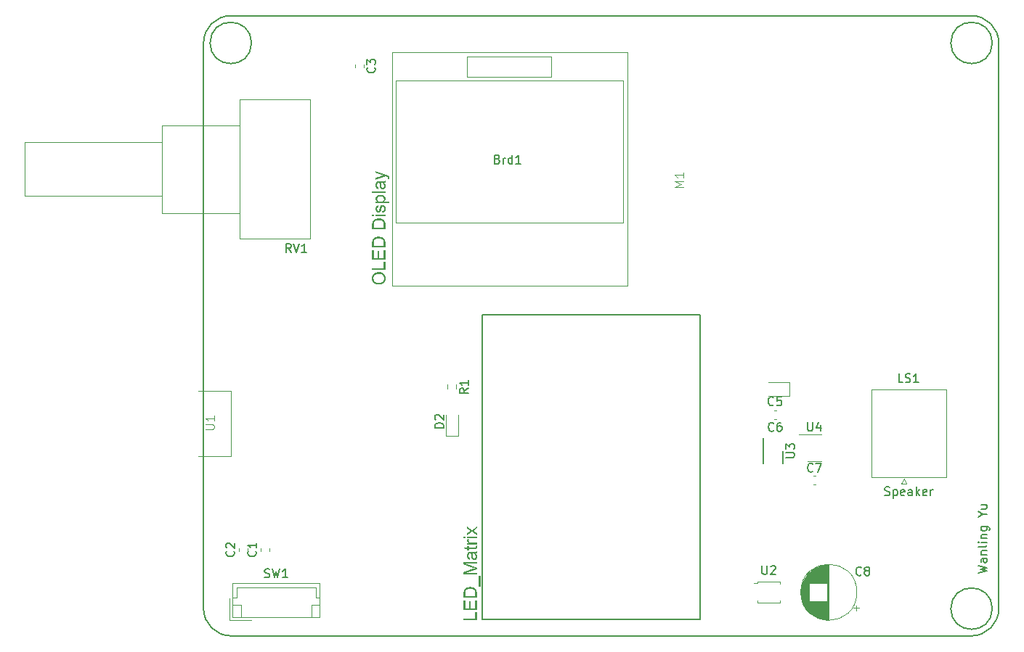
<source format=gbr>
%TF.GenerationSoftware,KiCad,Pcbnew,7.0.10*%
%TF.CreationDate,2024-02-05T19:05:00-08:00*%
%TF.ProjectId,pcb_lab,7063625f-6c61-4622-9e6b-696361645f70,rev?*%
%TF.SameCoordinates,Original*%
%TF.FileFunction,Legend,Top*%
%TF.FilePolarity,Positive*%
%FSLAX46Y46*%
G04 Gerber Fmt 4.6, Leading zero omitted, Abs format (unit mm)*
G04 Created by KiCad (PCBNEW 7.0.10) date 2024-02-05 19:05:00*
%MOMM*%
%LPD*%
G01*
G04 APERTURE LIST*
%ADD10C,0.150000*%
%ADD11C,0.100000*%
%ADD12C,0.120000*%
G04 APERTURE END LIST*
D10*
X76835000Y-114300000D02*
G75*
G03*
X80010000Y-117475000I3175000J0D01*
G01*
X109347000Y-80031790D02*
X134747000Y-80031790D01*
X134747000Y-115591790D01*
X109347000Y-115591790D01*
X109347000Y-80031790D01*
X169545000Y-48260000D02*
G75*
G03*
X166370000Y-45085000I-3175000J0D01*
G01*
X82423000Y-48260000D02*
G75*
G03*
X77597000Y-48260000I-2413000J0D01*
G01*
X77597000Y-48260000D02*
G75*
G03*
X82423000Y-48260000I2413000J0D01*
G01*
X80010000Y-45085000D02*
X166370000Y-45085000D01*
X166370000Y-117475000D02*
X80010000Y-117475000D01*
X168783000Y-114300000D02*
G75*
G03*
X163957000Y-114300000I-2413000J0D01*
G01*
X163957000Y-114300000D02*
G75*
G03*
X168783000Y-114300000I2413000J0D01*
G01*
X80010000Y-45085000D02*
G75*
G03*
X76835000Y-48260000I0J-3175000D01*
G01*
X168783000Y-48260000D02*
G75*
G03*
X163957000Y-48260000I-2413000J0D01*
G01*
X163957000Y-48260000D02*
G75*
G03*
X168783000Y-48260000I2413000J0D01*
G01*
X76835000Y-114300000D02*
X76835000Y-48260000D01*
X166370000Y-117475000D02*
G75*
G03*
X169545000Y-114300000I0J3175000D01*
G01*
X169545000Y-48260000D02*
X169545000Y-114300000D01*
G36*
X108706920Y-115666920D02*
G01*
X107158459Y-115666920D01*
X107158459Y-115463685D01*
X108516340Y-115463685D01*
X108516340Y-114708066D01*
X108706920Y-114708066D01*
X108706920Y-115666920D01*
G37*
G36*
X108706920Y-114467608D02*
G01*
X107158459Y-114467608D01*
X107158459Y-113358002D01*
X107349039Y-113358002D01*
X107349039Y-114264744D01*
X107801666Y-114264744D01*
X107801666Y-113415697D01*
X107992245Y-113415697D01*
X107992245Y-114264744D01*
X108516340Y-114264744D01*
X108516340Y-113322268D01*
X108706920Y-113322268D01*
X108706920Y-114467608D01*
G37*
G36*
X107946025Y-111781412D02*
G01*
X107967609Y-111781892D01*
X107988878Y-111782691D01*
X108009833Y-111783811D01*
X108030474Y-111785250D01*
X108050801Y-111787010D01*
X108070814Y-111789089D01*
X108090513Y-111791488D01*
X108109898Y-111794207D01*
X108128969Y-111797246D01*
X108147725Y-111800605D01*
X108166168Y-111804283D01*
X108184297Y-111808282D01*
X108202111Y-111812600D01*
X108219612Y-111817239D01*
X108236798Y-111822197D01*
X108253644Y-111827360D01*
X108270124Y-111832706D01*
X108286237Y-111838236D01*
X108301984Y-111843949D01*
X108317365Y-111849845D01*
X108332379Y-111855924D01*
X108347026Y-111862186D01*
X108361308Y-111868632D01*
X108375222Y-111875261D01*
X108388771Y-111882073D01*
X108401953Y-111889068D01*
X108421039Y-111899904D01*
X108439301Y-111911153D01*
X108456738Y-111922814D01*
X108462367Y-111926792D01*
X108478783Y-111938901D01*
X108494533Y-111951220D01*
X108509614Y-111963747D01*
X108524029Y-111976484D01*
X108537775Y-111989431D01*
X108550855Y-112002587D01*
X108563267Y-112015952D01*
X108575012Y-112029527D01*
X108586089Y-112043311D01*
X108596499Y-112057304D01*
X108603068Y-112066749D01*
X108612414Y-112081198D01*
X108621328Y-112096210D01*
X108629810Y-112111785D01*
X108637860Y-112127922D01*
X108645478Y-112144622D01*
X108652665Y-112161885D01*
X108659419Y-112179710D01*
X108665742Y-112198099D01*
X108671633Y-112217049D01*
X108677092Y-112236563D01*
X108680491Y-112249884D01*
X108685214Y-112270266D01*
X108689473Y-112291210D01*
X108693267Y-112312717D01*
X108696596Y-112334787D01*
X108698557Y-112349813D01*
X108700312Y-112365088D01*
X108701861Y-112380614D01*
X108703203Y-112396390D01*
X108704339Y-112412416D01*
X108705268Y-112428693D01*
X108705990Y-112445219D01*
X108706507Y-112461995D01*
X108706816Y-112479022D01*
X108706920Y-112496298D01*
X108706920Y-113050171D01*
X107158459Y-113050171D01*
X107158459Y-112846935D01*
X107349039Y-112846935D01*
X108516340Y-112846935D01*
X108516340Y-112519376D01*
X108516231Y-112500649D01*
X108515904Y-112482433D01*
X108515358Y-112464729D01*
X108514595Y-112447537D01*
X108513613Y-112430856D01*
X108512414Y-112414688D01*
X108510996Y-112399031D01*
X108509360Y-112383886D01*
X108506498Y-112362128D01*
X108503145Y-112341522D01*
X108499301Y-112322067D01*
X108494966Y-112303764D01*
X108490140Y-112286613D01*
X108488423Y-112281151D01*
X108482919Y-112265267D01*
X108477016Y-112249998D01*
X108470714Y-112235344D01*
X108464013Y-112221305D01*
X108456913Y-112207880D01*
X108446825Y-112190938D01*
X108436027Y-112175090D01*
X108424520Y-112160334D01*
X108412304Y-112146672D01*
X108409139Y-112143428D01*
X108395167Y-112130169D01*
X108380332Y-112117474D01*
X108364633Y-112105341D01*
X108348070Y-112093771D01*
X108330644Y-112082763D01*
X108312354Y-112072318D01*
X108293200Y-112062436D01*
X108273183Y-112053116D01*
X108259358Y-112047216D01*
X108245150Y-112041566D01*
X108230557Y-112036166D01*
X108215581Y-112031016D01*
X108200211Y-112026102D01*
X108184436Y-112021506D01*
X108168257Y-112017227D01*
X108151674Y-112013265D01*
X108134687Y-112009620D01*
X108117296Y-112006292D01*
X108099500Y-112003280D01*
X108081300Y-112000586D01*
X108062696Y-111998209D01*
X108043688Y-111996148D01*
X108024276Y-111994405D01*
X108004459Y-111992979D01*
X107984238Y-111991869D01*
X107963613Y-111991077D01*
X107942584Y-111990601D01*
X107921150Y-111990443D01*
X107891621Y-111990753D01*
X107862961Y-111991682D01*
X107835170Y-111993230D01*
X107808249Y-111995398D01*
X107782198Y-111998185D01*
X107757016Y-112001592D01*
X107732703Y-112005618D01*
X107709260Y-112010264D01*
X107686687Y-112015529D01*
X107664983Y-112021413D01*
X107644149Y-112027917D01*
X107624184Y-112035040D01*
X107605088Y-112042783D01*
X107586862Y-112051145D01*
X107569506Y-112060126D01*
X107553019Y-112069727D01*
X107537251Y-112079725D01*
X107522147Y-112089990D01*
X107507706Y-112100523D01*
X107493928Y-112111323D01*
X107480813Y-112122391D01*
X107468360Y-112133727D01*
X107456571Y-112145330D01*
X107445445Y-112157200D01*
X107434982Y-112169338D01*
X107425182Y-112181744D01*
X107416045Y-112194417D01*
X107407571Y-112207358D01*
X107399760Y-112220566D01*
X107392612Y-112234042D01*
X107386128Y-112247785D01*
X107380306Y-112261796D01*
X107374718Y-112277957D01*
X107369680Y-112295872D01*
X107365191Y-112315540D01*
X107361252Y-112336962D01*
X107358932Y-112352218D01*
X107356855Y-112368252D01*
X107355023Y-112385067D01*
X107353436Y-112402660D01*
X107352092Y-112421033D01*
X107350993Y-112440185D01*
X107350138Y-112460117D01*
X107349527Y-112480828D01*
X107349161Y-112502318D01*
X107349039Y-112524587D01*
X107349039Y-112846935D01*
X107158459Y-112846935D01*
X107158459Y-112521610D01*
X107158546Y-112499560D01*
X107158808Y-112478170D01*
X107159244Y-112457440D01*
X107159855Y-112437370D01*
X107160640Y-112417961D01*
X107161600Y-112399211D01*
X107162734Y-112381122D01*
X107164042Y-112363693D01*
X107165525Y-112346924D01*
X107167183Y-112330815D01*
X107169015Y-112315366D01*
X107171022Y-112300577D01*
X107174359Y-112279632D01*
X107178088Y-112260172D01*
X107180792Y-112248023D01*
X107184803Y-112231704D01*
X107189202Y-112215686D01*
X107193992Y-112199971D01*
X107199171Y-112184559D01*
X107204740Y-112169449D01*
X107210699Y-112154641D01*
X107217047Y-112140136D01*
X107223785Y-112125933D01*
X107230912Y-112112033D01*
X107238429Y-112098435D01*
X107246336Y-112085140D01*
X107254633Y-112072147D01*
X107263319Y-112059456D01*
X107272395Y-112047068D01*
X107281861Y-112034982D01*
X107291716Y-112023199D01*
X107304876Y-112008225D01*
X107318487Y-111993735D01*
X107332549Y-111979727D01*
X107347061Y-111966202D01*
X107362024Y-111953159D01*
X107377438Y-111940600D01*
X107393303Y-111928523D01*
X107409618Y-111916928D01*
X107426385Y-111905817D01*
X107443602Y-111895188D01*
X107461269Y-111885042D01*
X107479388Y-111875379D01*
X107497957Y-111866198D01*
X107516977Y-111857500D01*
X107536447Y-111849285D01*
X107556369Y-111841552D01*
X107576649Y-111834250D01*
X107597290Y-111827420D01*
X107618292Y-111821060D01*
X107639654Y-111815171D01*
X107661377Y-111809753D01*
X107683461Y-111804807D01*
X107705905Y-111800331D01*
X107728709Y-111796327D01*
X107751875Y-111792794D01*
X107775400Y-111789732D01*
X107799287Y-111787141D01*
X107823534Y-111785021D01*
X107848142Y-111783372D01*
X107873110Y-111782194D01*
X107898439Y-111781487D01*
X107924128Y-111781252D01*
X107946025Y-111781412D01*
G37*
G36*
X109135724Y-111708296D02*
G01*
X108945144Y-111708296D01*
X108945144Y-110459477D01*
X109135724Y-110459477D01*
X109135724Y-111708296D01*
G37*
G36*
X108706920Y-110329942D02*
G01*
X107158459Y-110329942D01*
X107158459Y-110024345D01*
X108244987Y-109661052D01*
X108263672Y-109654877D01*
X108281762Y-109648914D01*
X108299255Y-109643163D01*
X108316152Y-109637625D01*
X108332453Y-109632299D01*
X108348158Y-109627185D01*
X108363266Y-109622284D01*
X108377779Y-109617595D01*
X108398429Y-109610959D01*
X108417739Y-109604801D01*
X108435707Y-109599120D01*
X108452334Y-109593918D01*
X108467620Y-109589192D01*
X108472417Y-109587723D01*
X108456023Y-109582580D01*
X108438249Y-109576919D01*
X108419095Y-109570741D01*
X108398559Y-109564046D01*
X108384102Y-109559296D01*
X108369031Y-109554316D01*
X108353347Y-109549106D01*
X108337049Y-109543667D01*
X108320137Y-109537998D01*
X108302612Y-109532099D01*
X108284473Y-109525970D01*
X108265721Y-109519612D01*
X108246355Y-109513024D01*
X108226376Y-109506206D01*
X107158459Y-109138819D01*
X107158459Y-108865605D01*
X108706920Y-108865605D01*
X108706920Y-109061396D01*
X107396684Y-109061396D01*
X108706920Y-109507323D01*
X108706920Y-109690458D01*
X107396684Y-110134524D01*
X108706920Y-110134524D01*
X108706920Y-110329942D01*
G37*
G36*
X108706920Y-107808483D02*
G01*
X108691333Y-107815503D01*
X108675094Y-107821860D01*
X108658204Y-107827553D01*
X108640663Y-107832584D01*
X108622471Y-107836952D01*
X108603627Y-107840657D01*
X108584131Y-107843699D01*
X108569082Y-107845545D01*
X108563985Y-107846078D01*
X108575220Y-107859121D01*
X108586033Y-107872104D01*
X108596425Y-107885026D01*
X108606395Y-107897887D01*
X108615944Y-107910686D01*
X108625070Y-107923425D01*
X108633776Y-107936102D01*
X108642059Y-107948719D01*
X108653694Y-107967529D01*
X108664380Y-107986202D01*
X108674117Y-108004737D01*
X108682905Y-108023135D01*
X108690745Y-108041396D01*
X108693147Y-108047452D01*
X108699866Y-108065725D01*
X108705924Y-108084254D01*
X108711320Y-108103038D01*
X108716056Y-108122077D01*
X108720132Y-108141372D01*
X108723546Y-108160921D01*
X108726300Y-108180726D01*
X108728392Y-108200786D01*
X108729824Y-108221101D01*
X108730595Y-108241671D01*
X108730742Y-108255526D01*
X108730389Y-108278088D01*
X108729329Y-108299990D01*
X108727562Y-108321231D01*
X108725089Y-108341813D01*
X108721909Y-108361734D01*
X108718022Y-108380996D01*
X108713429Y-108399597D01*
X108708129Y-108417538D01*
X108702123Y-108434819D01*
X108695410Y-108451439D01*
X108687990Y-108467400D01*
X108679863Y-108482700D01*
X108671030Y-108497341D01*
X108661490Y-108511321D01*
X108651244Y-108524641D01*
X108640291Y-108537301D01*
X108628788Y-108549201D01*
X108616893Y-108560333D01*
X108604605Y-108570697D01*
X108591925Y-108580293D01*
X108578852Y-108589122D01*
X108565386Y-108597183D01*
X108551528Y-108604477D01*
X108537277Y-108611002D01*
X108522634Y-108616760D01*
X108507598Y-108621750D01*
X108492170Y-108625973D01*
X108476349Y-108629427D01*
X108460135Y-108632114D01*
X108443529Y-108634034D01*
X108426530Y-108635185D01*
X108409139Y-108635569D01*
X108393772Y-108635242D01*
X108378661Y-108634260D01*
X108363805Y-108632625D01*
X108344394Y-108629426D01*
X108325437Y-108625064D01*
X108306933Y-108619539D01*
X108288883Y-108612850D01*
X108271287Y-108604999D01*
X108258387Y-108598346D01*
X108241776Y-108588686D01*
X108226003Y-108578316D01*
X108211068Y-108567237D01*
X108196970Y-108555447D01*
X108183709Y-108542949D01*
X108171286Y-108529741D01*
X108159701Y-108515823D01*
X108148953Y-108501195D01*
X108138937Y-108485882D01*
X108129550Y-108470091D01*
X108120791Y-108453824D01*
X108112661Y-108437080D01*
X108105158Y-108419858D01*
X108098283Y-108402160D01*
X108092037Y-108383985D01*
X108086419Y-108365333D01*
X108082714Y-108350583D01*
X108079044Y-108334066D01*
X108075409Y-108315780D01*
X108072705Y-108300906D01*
X108070022Y-108285037D01*
X108067358Y-108268173D01*
X108064713Y-108250315D01*
X108062088Y-108231462D01*
X108059483Y-108211615D01*
X108057757Y-108197831D01*
X108054273Y-108169779D01*
X108050708Y-108142666D01*
X108047061Y-108116493D01*
X108043333Y-108091258D01*
X108039524Y-108066963D01*
X108035633Y-108043607D01*
X108031661Y-108021191D01*
X108027607Y-107999714D01*
X108023472Y-107979176D01*
X108019255Y-107959577D01*
X108014957Y-107940918D01*
X108010578Y-107923198D01*
X108006117Y-107906417D01*
X108001574Y-107890576D01*
X107996951Y-107875674D01*
X107992245Y-107861711D01*
X108182825Y-107861711D01*
X108189158Y-107881873D01*
X108193281Y-107896315D01*
X108197326Y-107911556D01*
X108201293Y-107927596D01*
X108205181Y-107944436D01*
X108208990Y-107962076D01*
X108212721Y-107980516D01*
X108216374Y-107999756D01*
X108219948Y-108019795D01*
X108223443Y-108040634D01*
X108226860Y-108062272D01*
X108230199Y-108084710D01*
X108233458Y-108107948D01*
X108236640Y-108131986D01*
X108239743Y-108156823D01*
X108241265Y-108169542D01*
X108243876Y-108190722D01*
X108246547Y-108210711D01*
X108249277Y-108229509D01*
X108252065Y-108247116D01*
X108254912Y-108263533D01*
X108257819Y-108278758D01*
X108261785Y-108297207D01*
X108265856Y-108313538D01*
X108271093Y-108330975D01*
X108272159Y-108334066D01*
X108277901Y-108348544D01*
X108284424Y-108361968D01*
X108293283Y-108376686D01*
X108303268Y-108389885D01*
X108314378Y-108401567D01*
X108322410Y-108408511D01*
X108335082Y-108417366D01*
X108348251Y-108424389D01*
X108364243Y-108430267D01*
X108380912Y-108433651D01*
X108395738Y-108434567D01*
X108410866Y-108433677D01*
X108428876Y-108430062D01*
X108445886Y-108423666D01*
X108461896Y-108414490D01*
X108473985Y-108405146D01*
X108485434Y-108394023D01*
X108496243Y-108381120D01*
X108498845Y-108377616D01*
X108508529Y-108362466D01*
X108516921Y-108345675D01*
X108524023Y-108327244D01*
X108528501Y-108312344D01*
X108532254Y-108296522D01*
X108535280Y-108279777D01*
X108537580Y-108262110D01*
X108539153Y-108243520D01*
X108540001Y-108224008D01*
X108540162Y-108210487D01*
X108539763Y-108190317D01*
X108538566Y-108170566D01*
X108536570Y-108151233D01*
X108533776Y-108132319D01*
X108530184Y-108113824D01*
X108525794Y-108095748D01*
X108520605Y-108078091D01*
X108514618Y-108060852D01*
X108507833Y-108044032D01*
X108500250Y-108027631D01*
X108494751Y-108016929D01*
X108485999Y-108001412D01*
X108476914Y-107986687D01*
X108467496Y-107972754D01*
X108457743Y-107959612D01*
X108447657Y-107947262D01*
X108437237Y-107935704D01*
X108426484Y-107924937D01*
X108415397Y-107914963D01*
X108400095Y-107902894D01*
X108384199Y-107892234D01*
X108370985Y-107885080D01*
X108356283Y-107878880D01*
X108340091Y-107873634D01*
X108322410Y-107869342D01*
X108303240Y-107866003D01*
X108287886Y-107864125D01*
X108271694Y-107862784D01*
X108254665Y-107861979D01*
X108236798Y-107861711D01*
X108182825Y-107861711D01*
X107992245Y-107861711D01*
X107977031Y-107861385D01*
X107961125Y-107861089D01*
X107949812Y-107860967D01*
X107931624Y-107861434D01*
X107914470Y-107862838D01*
X107898351Y-107865177D01*
X107883265Y-107868452D01*
X107864758Y-107874274D01*
X107848089Y-107881759D01*
X107833258Y-107890907D01*
X107820265Y-107901720D01*
X107809110Y-107914195D01*
X107799265Y-107928353D01*
X107790388Y-107943748D01*
X107782480Y-107960379D01*
X107775540Y-107978247D01*
X107769568Y-107997351D01*
X107764565Y-108017693D01*
X107760530Y-108039270D01*
X107758378Y-108054343D01*
X107756657Y-108069965D01*
X107755366Y-108086136D01*
X107754505Y-108102857D01*
X107754074Y-108120128D01*
X107754021Y-108128969D01*
X107754165Y-108145308D01*
X107754596Y-108161103D01*
X107755316Y-108176354D01*
X107756936Y-108198211D01*
X107759203Y-108218845D01*
X107762118Y-108238254D01*
X107765680Y-108256441D01*
X107769891Y-108273404D01*
X107774749Y-108289143D01*
X107780255Y-108303659D01*
X107788604Y-108321110D01*
X107790871Y-108325133D01*
X107800880Y-108340440D01*
X107812670Y-108354724D01*
X107826238Y-108367985D01*
X107841587Y-108380222D01*
X107854266Y-108388728D01*
X107867947Y-108396658D01*
X107882628Y-108404012D01*
X107898311Y-108410791D01*
X107914994Y-108416994D01*
X107920778Y-108418933D01*
X107896956Y-108603185D01*
X107875712Y-108598221D01*
X107855255Y-108592682D01*
X107835582Y-108586566D01*
X107816694Y-108579875D01*
X107798592Y-108572608D01*
X107781275Y-108564765D01*
X107764743Y-108556346D01*
X107748996Y-108547351D01*
X107734034Y-108537781D01*
X107719857Y-108527635D01*
X107710842Y-108520551D01*
X107697867Y-108509285D01*
X107685460Y-108497123D01*
X107673622Y-108484064D01*
X107662354Y-108470109D01*
X107651655Y-108455257D01*
X107641526Y-108439509D01*
X107631965Y-108422865D01*
X107622974Y-108405324D01*
X107614552Y-108386887D01*
X107606699Y-108367553D01*
X107601780Y-108354166D01*
X107594929Y-108333416D01*
X107588751Y-108312064D01*
X107585007Y-108297495D01*
X107581562Y-108282658D01*
X107578417Y-108267554D01*
X107575572Y-108252182D01*
X107573026Y-108236543D01*
X107570779Y-108220636D01*
X107568832Y-108204461D01*
X107567185Y-108188020D01*
X107565837Y-108171310D01*
X107564789Y-108154333D01*
X107564040Y-108137089D01*
X107563591Y-108119576D01*
X107563441Y-108101797D01*
X107563573Y-108084186D01*
X107563970Y-108066994D01*
X107564632Y-108050220D01*
X107565558Y-108033866D01*
X107566749Y-108017930D01*
X107568204Y-108002412D01*
X107569924Y-107987314D01*
X107573001Y-107965452D01*
X107576672Y-107944531D01*
X107580940Y-107924553D01*
X107585802Y-107905517D01*
X107591260Y-107887424D01*
X107597313Y-107870272D01*
X107603818Y-107854007D01*
X107610631Y-107838573D01*
X107617751Y-107823970D01*
X107625178Y-107810198D01*
X107632913Y-107797257D01*
X107643705Y-107781295D01*
X107655043Y-107766810D01*
X107666928Y-107753803D01*
X107679360Y-107742273D01*
X107682553Y-107739621D01*
X107695727Y-107729501D01*
X107709749Y-107720172D01*
X107724621Y-107711634D01*
X107740341Y-107703887D01*
X107756911Y-107696931D01*
X107774330Y-107690766D01*
X107792598Y-107685392D01*
X107811716Y-107680809D01*
X107828546Y-107678128D01*
X107844470Y-107676311D01*
X107862581Y-107674784D01*
X107877600Y-107673830D01*
X107893848Y-107673039D01*
X107911327Y-107672412D01*
X107930036Y-107671949D01*
X107949974Y-107671649D01*
X107971143Y-107671513D01*
X107978473Y-107671503D01*
X108215209Y-107671503D01*
X108230542Y-107671492D01*
X108245555Y-107671457D01*
X108274620Y-107671317D01*
X108302401Y-107671085D01*
X108328901Y-107670759D01*
X108354117Y-107670340D01*
X108378052Y-107669828D01*
X108400704Y-107669224D01*
X108422073Y-107668526D01*
X108442161Y-107667735D01*
X108460965Y-107666851D01*
X108478488Y-107665874D01*
X108494727Y-107664803D01*
X108509685Y-107663640D01*
X108529716Y-107661721D01*
X108546862Y-107659592D01*
X108562437Y-107657083D01*
X108577894Y-107654162D01*
X108593233Y-107650828D01*
X108608454Y-107647082D01*
X108623558Y-107642924D01*
X108638543Y-107638354D01*
X108653411Y-107633371D01*
X108668161Y-107627976D01*
X108682794Y-107622169D01*
X108697309Y-107615950D01*
X108706920Y-107611575D01*
X108706920Y-107808483D01*
G37*
G36*
X108546118Y-106973580D02*
G01*
X108712503Y-106946407D01*
X108715762Y-106961192D01*
X108719610Y-106980437D01*
X108722887Y-106999148D01*
X108725594Y-107017323D01*
X108727732Y-107034963D01*
X108729299Y-107052068D01*
X108730297Y-107068638D01*
X108730724Y-107084672D01*
X108730742Y-107088597D01*
X108730464Y-107107454D01*
X108729630Y-107125500D01*
X108728239Y-107142734D01*
X108726293Y-107159158D01*
X108723790Y-107174769D01*
X108720731Y-107189570D01*
X108715787Y-107208041D01*
X108709855Y-107225071D01*
X108702934Y-107240658D01*
X108699103Y-107247910D01*
X108690885Y-107261444D01*
X108682050Y-107273943D01*
X108670140Y-107288110D01*
X108657267Y-107300660D01*
X108643430Y-107311592D01*
X108628630Y-107320907D01*
X108616096Y-107327194D01*
X108601481Y-107332603D01*
X108583317Y-107337291D01*
X108567366Y-107340333D01*
X108549420Y-107342970D01*
X108529478Y-107345202D01*
X108507540Y-107347027D01*
X108491806Y-107348019D01*
X108475185Y-107348830D01*
X108457678Y-107349461D01*
X108439283Y-107349912D01*
X108420002Y-107350182D01*
X108399833Y-107350272D01*
X107777843Y-107350272D01*
X107777843Y-107488740D01*
X107587263Y-107488740D01*
X107587263Y-107350272D01*
X107311816Y-107350272D01*
X107199032Y-107163043D01*
X107587263Y-107163043D01*
X107587263Y-106973580D01*
X107777843Y-106973580D01*
X107777843Y-107163043D01*
X108394250Y-107163043D01*
X108412477Y-107162891D01*
X108429006Y-107162438D01*
X108447279Y-107161445D01*
X108462899Y-107159980D01*
X108478140Y-107157599D01*
X108492517Y-107153365D01*
X108506560Y-107145004D01*
X108517494Y-107134884D01*
X108526684Y-107122365D01*
X108527507Y-107120981D01*
X108533624Y-107106678D01*
X108537381Y-107091393D01*
X108539371Y-107076035D01*
X108540150Y-107058824D01*
X108540162Y-107056214D01*
X108540534Y-107039324D01*
X108541471Y-107022484D01*
X108542727Y-107006519D01*
X108544402Y-106989141D01*
X108546118Y-106973580D01*
G37*
G36*
X108706920Y-106794539D02*
G01*
X107587263Y-106794539D01*
X107587263Y-106624804D01*
X107752904Y-106624804D01*
X107738742Y-106616746D01*
X107725196Y-106608763D01*
X107712267Y-106600856D01*
X107694030Y-106589138D01*
X107677179Y-106577589D01*
X107661716Y-106566211D01*
X107647640Y-106555003D01*
X107634951Y-106543964D01*
X107623648Y-106533096D01*
X107610737Y-106518870D01*
X107600291Y-106504947D01*
X107591654Y-106491006D01*
X107584169Y-106476727D01*
X107577836Y-106462112D01*
X107572654Y-106447159D01*
X107568623Y-106431868D01*
X107565744Y-106416241D01*
X107564017Y-106400276D01*
X107563441Y-106383973D01*
X107563958Y-106366080D01*
X107565509Y-106348135D01*
X107568093Y-106330137D01*
X107571711Y-106312087D01*
X107576363Y-106293985D01*
X107582049Y-106275830D01*
X107588769Y-106257623D01*
X107596523Y-106239364D01*
X107605310Y-106221052D01*
X107615131Y-106202688D01*
X107622253Y-106190416D01*
X107796454Y-106255183D01*
X107788871Y-106268161D01*
X107779920Y-106285455D01*
X107772295Y-106302738D01*
X107765997Y-106320008D01*
X107761024Y-106337267D01*
X107757377Y-106354515D01*
X107755057Y-106371751D01*
X107754062Y-106388975D01*
X107754021Y-106393279D01*
X107754608Y-106408535D01*
X107756370Y-106423406D01*
X107760225Y-106441456D01*
X107765916Y-106458906D01*
X107773442Y-106475756D01*
X107780785Y-106488804D01*
X107789303Y-106501469D01*
X107791616Y-106504575D01*
X107801468Y-106516416D01*
X107812228Y-106527374D01*
X107823895Y-106537447D01*
X107836469Y-106546636D01*
X107849950Y-106554942D01*
X107864339Y-106562363D01*
X107879635Y-106568900D01*
X107895839Y-106574553D01*
X107915062Y-106580207D01*
X107934626Y-106585306D01*
X107954530Y-106589848D01*
X107974774Y-106593833D01*
X107995358Y-106597263D01*
X108016283Y-106600136D01*
X108037548Y-106602454D01*
X108059153Y-106604215D01*
X108081098Y-106605420D01*
X108103384Y-106606069D01*
X108118430Y-106606192D01*
X108706920Y-106606192D01*
X108706920Y-106794539D01*
G37*
G36*
X107349039Y-106080981D02*
G01*
X107158459Y-106080981D01*
X107158459Y-105892635D01*
X107349039Y-105892635D01*
X107349039Y-106080981D01*
G37*
G36*
X108706920Y-106080981D02*
G01*
X107587263Y-106080981D01*
X107587263Y-105892635D01*
X108706920Y-105892635D01*
X108706920Y-106080981D01*
G37*
G36*
X108706920Y-105734439D02*
G01*
X108127736Y-105327968D01*
X107587263Y-105703916D01*
X107587263Y-105468297D01*
X107848566Y-105297818D01*
X107862013Y-105288978D01*
X107874996Y-105280466D01*
X107887514Y-105272280D01*
X107903481Y-105261875D01*
X107918624Y-105252052D01*
X107932940Y-105242810D01*
X107946430Y-105234150D01*
X107959094Y-105226072D01*
X107968051Y-105220395D01*
X107953691Y-105208972D01*
X107939459Y-105197782D01*
X107925355Y-105186824D01*
X107911379Y-105176100D01*
X107897531Y-105165608D01*
X107883811Y-105155348D01*
X107870219Y-105145321D01*
X107856755Y-105135527D01*
X107587263Y-104948297D01*
X107587263Y-104723101D01*
X108122897Y-105097932D01*
X108706920Y-104693695D01*
X108706920Y-104925219D01*
X108367077Y-105153394D01*
X108285560Y-105214067D01*
X108706920Y-105506264D01*
X108706920Y-105734439D01*
G37*
X167144819Y-110121458D02*
X168144819Y-109883363D01*
X168144819Y-109883363D02*
X167430533Y-109692887D01*
X167430533Y-109692887D02*
X168144819Y-109502411D01*
X168144819Y-109502411D02*
X167144819Y-109264316D01*
X168144819Y-108454792D02*
X167621009Y-108454792D01*
X167621009Y-108454792D02*
X167525771Y-108502411D01*
X167525771Y-108502411D02*
X167478152Y-108597649D01*
X167478152Y-108597649D02*
X167478152Y-108788125D01*
X167478152Y-108788125D02*
X167525771Y-108883363D01*
X168097200Y-108454792D02*
X168144819Y-108550030D01*
X168144819Y-108550030D02*
X168144819Y-108788125D01*
X168144819Y-108788125D02*
X168097200Y-108883363D01*
X168097200Y-108883363D02*
X168001961Y-108930982D01*
X168001961Y-108930982D02*
X167906723Y-108930982D01*
X167906723Y-108930982D02*
X167811485Y-108883363D01*
X167811485Y-108883363D02*
X167763866Y-108788125D01*
X167763866Y-108788125D02*
X167763866Y-108550030D01*
X167763866Y-108550030D02*
X167716247Y-108454792D01*
X167478152Y-107978601D02*
X168144819Y-107978601D01*
X167573390Y-107978601D02*
X167525771Y-107930982D01*
X167525771Y-107930982D02*
X167478152Y-107835744D01*
X167478152Y-107835744D02*
X167478152Y-107692887D01*
X167478152Y-107692887D02*
X167525771Y-107597649D01*
X167525771Y-107597649D02*
X167621009Y-107550030D01*
X167621009Y-107550030D02*
X168144819Y-107550030D01*
X168144819Y-106930982D02*
X168097200Y-107026220D01*
X168097200Y-107026220D02*
X168001961Y-107073839D01*
X168001961Y-107073839D02*
X167144819Y-107073839D01*
X168144819Y-106550029D02*
X167478152Y-106550029D01*
X167144819Y-106550029D02*
X167192438Y-106597648D01*
X167192438Y-106597648D02*
X167240057Y-106550029D01*
X167240057Y-106550029D02*
X167192438Y-106502410D01*
X167192438Y-106502410D02*
X167144819Y-106550029D01*
X167144819Y-106550029D02*
X167240057Y-106550029D01*
X167478152Y-106073839D02*
X168144819Y-106073839D01*
X167573390Y-106073839D02*
X167525771Y-106026220D01*
X167525771Y-106026220D02*
X167478152Y-105930982D01*
X167478152Y-105930982D02*
X167478152Y-105788125D01*
X167478152Y-105788125D02*
X167525771Y-105692887D01*
X167525771Y-105692887D02*
X167621009Y-105645268D01*
X167621009Y-105645268D02*
X168144819Y-105645268D01*
X167478152Y-104740506D02*
X168287676Y-104740506D01*
X168287676Y-104740506D02*
X168382914Y-104788125D01*
X168382914Y-104788125D02*
X168430533Y-104835744D01*
X168430533Y-104835744D02*
X168478152Y-104930982D01*
X168478152Y-104930982D02*
X168478152Y-105073839D01*
X168478152Y-105073839D02*
X168430533Y-105169077D01*
X168097200Y-104740506D02*
X168144819Y-104835744D01*
X168144819Y-104835744D02*
X168144819Y-105026220D01*
X168144819Y-105026220D02*
X168097200Y-105121458D01*
X168097200Y-105121458D02*
X168049580Y-105169077D01*
X168049580Y-105169077D02*
X167954342Y-105216696D01*
X167954342Y-105216696D02*
X167668628Y-105216696D01*
X167668628Y-105216696D02*
X167573390Y-105169077D01*
X167573390Y-105169077D02*
X167525771Y-105121458D01*
X167525771Y-105121458D02*
X167478152Y-105026220D01*
X167478152Y-105026220D02*
X167478152Y-104835744D01*
X167478152Y-104835744D02*
X167525771Y-104740506D01*
X167668628Y-103311934D02*
X168144819Y-103311934D01*
X167144819Y-103645267D02*
X167668628Y-103311934D01*
X167668628Y-103311934D02*
X167144819Y-102978601D01*
X167478152Y-102216696D02*
X168144819Y-102216696D01*
X167478152Y-102645267D02*
X168001961Y-102645267D01*
X168001961Y-102645267D02*
X168097200Y-102597648D01*
X168097200Y-102597648D02*
X168144819Y-102502410D01*
X168144819Y-102502410D02*
X168144819Y-102359553D01*
X168144819Y-102359553D02*
X168097200Y-102264315D01*
X168097200Y-102264315D02*
X168049580Y-102216696D01*
X156262460Y-101041200D02*
X156405317Y-101088819D01*
X156405317Y-101088819D02*
X156643412Y-101088819D01*
X156643412Y-101088819D02*
X156738650Y-101041200D01*
X156738650Y-101041200D02*
X156786269Y-100993580D01*
X156786269Y-100993580D02*
X156833888Y-100898342D01*
X156833888Y-100898342D02*
X156833888Y-100803104D01*
X156833888Y-100803104D02*
X156786269Y-100707866D01*
X156786269Y-100707866D02*
X156738650Y-100660247D01*
X156738650Y-100660247D02*
X156643412Y-100612628D01*
X156643412Y-100612628D02*
X156452936Y-100565009D01*
X156452936Y-100565009D02*
X156357698Y-100517390D01*
X156357698Y-100517390D02*
X156310079Y-100469771D01*
X156310079Y-100469771D02*
X156262460Y-100374533D01*
X156262460Y-100374533D02*
X156262460Y-100279295D01*
X156262460Y-100279295D02*
X156310079Y-100184057D01*
X156310079Y-100184057D02*
X156357698Y-100136438D01*
X156357698Y-100136438D02*
X156452936Y-100088819D01*
X156452936Y-100088819D02*
X156691031Y-100088819D01*
X156691031Y-100088819D02*
X156833888Y-100136438D01*
X157262460Y-100422152D02*
X157262460Y-101422152D01*
X157262460Y-100469771D02*
X157357698Y-100422152D01*
X157357698Y-100422152D02*
X157548174Y-100422152D01*
X157548174Y-100422152D02*
X157643412Y-100469771D01*
X157643412Y-100469771D02*
X157691031Y-100517390D01*
X157691031Y-100517390D02*
X157738650Y-100612628D01*
X157738650Y-100612628D02*
X157738650Y-100898342D01*
X157738650Y-100898342D02*
X157691031Y-100993580D01*
X157691031Y-100993580D02*
X157643412Y-101041200D01*
X157643412Y-101041200D02*
X157548174Y-101088819D01*
X157548174Y-101088819D02*
X157357698Y-101088819D01*
X157357698Y-101088819D02*
X157262460Y-101041200D01*
X158548174Y-101041200D02*
X158452936Y-101088819D01*
X158452936Y-101088819D02*
X158262460Y-101088819D01*
X158262460Y-101088819D02*
X158167222Y-101041200D01*
X158167222Y-101041200D02*
X158119603Y-100945961D01*
X158119603Y-100945961D02*
X158119603Y-100565009D01*
X158119603Y-100565009D02*
X158167222Y-100469771D01*
X158167222Y-100469771D02*
X158262460Y-100422152D01*
X158262460Y-100422152D02*
X158452936Y-100422152D01*
X158452936Y-100422152D02*
X158548174Y-100469771D01*
X158548174Y-100469771D02*
X158595793Y-100565009D01*
X158595793Y-100565009D02*
X158595793Y-100660247D01*
X158595793Y-100660247D02*
X158119603Y-100755485D01*
X159452936Y-101088819D02*
X159452936Y-100565009D01*
X159452936Y-100565009D02*
X159405317Y-100469771D01*
X159405317Y-100469771D02*
X159310079Y-100422152D01*
X159310079Y-100422152D02*
X159119603Y-100422152D01*
X159119603Y-100422152D02*
X159024365Y-100469771D01*
X159452936Y-101041200D02*
X159357698Y-101088819D01*
X159357698Y-101088819D02*
X159119603Y-101088819D01*
X159119603Y-101088819D02*
X159024365Y-101041200D01*
X159024365Y-101041200D02*
X158976746Y-100945961D01*
X158976746Y-100945961D02*
X158976746Y-100850723D01*
X158976746Y-100850723D02*
X159024365Y-100755485D01*
X159024365Y-100755485D02*
X159119603Y-100707866D01*
X159119603Y-100707866D02*
X159357698Y-100707866D01*
X159357698Y-100707866D02*
X159452936Y-100660247D01*
X159929127Y-101088819D02*
X159929127Y-100088819D01*
X160024365Y-100707866D02*
X160310079Y-101088819D01*
X160310079Y-100422152D02*
X159929127Y-100803104D01*
X161119603Y-101041200D02*
X161024365Y-101088819D01*
X161024365Y-101088819D02*
X160833889Y-101088819D01*
X160833889Y-101088819D02*
X160738651Y-101041200D01*
X160738651Y-101041200D02*
X160691032Y-100945961D01*
X160691032Y-100945961D02*
X160691032Y-100565009D01*
X160691032Y-100565009D02*
X160738651Y-100469771D01*
X160738651Y-100469771D02*
X160833889Y-100422152D01*
X160833889Y-100422152D02*
X161024365Y-100422152D01*
X161024365Y-100422152D02*
X161119603Y-100469771D01*
X161119603Y-100469771D02*
X161167222Y-100565009D01*
X161167222Y-100565009D02*
X161167222Y-100660247D01*
X161167222Y-100660247D02*
X160691032Y-100755485D01*
X161595794Y-101088819D02*
X161595794Y-100422152D01*
X161595794Y-100612628D02*
X161643413Y-100517390D01*
X161643413Y-100517390D02*
X161691032Y-100469771D01*
X161691032Y-100469771D02*
X161786270Y-100422152D01*
X161786270Y-100422152D02*
X161881508Y-100422152D01*
G36*
X97296416Y-75009829D02*
G01*
X97325153Y-75010932D01*
X97353506Y-75012772D01*
X97381475Y-75015347D01*
X97409061Y-75018658D01*
X97436262Y-75022704D01*
X97463080Y-75027486D01*
X97489514Y-75033004D01*
X97515564Y-75039258D01*
X97541230Y-75046247D01*
X97566512Y-75053972D01*
X97591411Y-75062433D01*
X97615925Y-75071630D01*
X97640056Y-75081562D01*
X97663803Y-75092230D01*
X97687166Y-75103634D01*
X97709940Y-75115714D01*
X97732013Y-75128410D01*
X97753386Y-75141723D01*
X97774057Y-75155653D01*
X97794028Y-75170199D01*
X97813298Y-75185361D01*
X97831867Y-75201140D01*
X97849736Y-75217535D01*
X97866903Y-75234547D01*
X97883370Y-75252176D01*
X97899136Y-75270420D01*
X97914200Y-75289282D01*
X97928565Y-75308760D01*
X97942228Y-75328854D01*
X97955190Y-75349565D01*
X97967452Y-75370892D01*
X97978991Y-75392588D01*
X97989786Y-75414495D01*
X97999836Y-75436615D01*
X98009141Y-75458947D01*
X98017703Y-75481492D01*
X98025519Y-75504248D01*
X98032592Y-75527217D01*
X98038920Y-75550398D01*
X98044503Y-75573792D01*
X98049342Y-75597398D01*
X98053436Y-75621216D01*
X98056786Y-75645246D01*
X98059392Y-75669489D01*
X98061253Y-75693944D01*
X98062370Y-75718611D01*
X98062742Y-75743491D01*
X98062332Y-75770391D01*
X98061102Y-75796934D01*
X98059052Y-75823120D01*
X98056181Y-75848947D01*
X98052491Y-75874417D01*
X98047981Y-75899529D01*
X98042650Y-75924284D01*
X98036500Y-75948680D01*
X98029530Y-75972720D01*
X98021739Y-75996401D01*
X98013128Y-76019725D01*
X98003698Y-76042691D01*
X97993447Y-76065299D01*
X97982376Y-76087550D01*
X97970485Y-76109443D01*
X97957774Y-76130978D01*
X97944307Y-76151967D01*
X97930241Y-76172313D01*
X97915576Y-76192016D01*
X97900312Y-76211077D01*
X97884449Y-76229494D01*
X97867986Y-76247270D01*
X97850925Y-76264402D01*
X97833265Y-76280892D01*
X97815005Y-76296739D01*
X97796147Y-76311944D01*
X97776689Y-76326506D01*
X97756633Y-76340425D01*
X97735977Y-76353702D01*
X97714722Y-76366336D01*
X97692868Y-76378327D01*
X97670416Y-76389675D01*
X97647580Y-76400313D01*
X97624580Y-76410264D01*
X97601413Y-76419529D01*
X97578080Y-76428108D01*
X97554582Y-76436000D01*
X97530918Y-76443206D01*
X97507088Y-76449726D01*
X97483093Y-76455559D01*
X97458932Y-76460706D01*
X97434605Y-76465167D01*
X97410112Y-76468942D01*
X97385453Y-76472030D01*
X97360629Y-76474432D01*
X97335639Y-76476148D01*
X97310483Y-76477177D01*
X97285162Y-76477521D01*
X97261316Y-76477320D01*
X97237797Y-76476719D01*
X97214605Y-76475718D01*
X97191739Y-76474316D01*
X97169199Y-76472513D01*
X97146986Y-76470310D01*
X97125099Y-76467706D01*
X97103539Y-76464702D01*
X97082305Y-76461297D01*
X97061397Y-76457492D01*
X97040816Y-76453286D01*
X97020561Y-76448679D01*
X97000633Y-76443672D01*
X96981031Y-76438264D01*
X96961756Y-76432455D01*
X96942807Y-76426246D01*
X96924184Y-76419637D01*
X96905888Y-76412627D01*
X96887918Y-76405216D01*
X96870275Y-76397405D01*
X96852958Y-76389193D01*
X96835968Y-76380580D01*
X96819304Y-76371567D01*
X96802966Y-76362154D01*
X96786955Y-76352340D01*
X96771270Y-76342125D01*
X96755912Y-76331510D01*
X96740880Y-76320494D01*
X96726174Y-76309077D01*
X96711795Y-76297260D01*
X96697743Y-76285042D01*
X96684016Y-76272424D01*
X96670643Y-76259466D01*
X96657693Y-76246275D01*
X96645168Y-76232852D01*
X96633068Y-76219196D01*
X96621392Y-76205307D01*
X96610141Y-76191186D01*
X96599315Y-76176832D01*
X96588913Y-76162245D01*
X96578935Y-76147426D01*
X96569382Y-76132374D01*
X96560254Y-76117089D01*
X96551551Y-76101572D01*
X96543271Y-76085822D01*
X96535417Y-76069840D01*
X96527987Y-76053625D01*
X96520981Y-76037177D01*
X96514401Y-76020497D01*
X96508244Y-76003584D01*
X96502513Y-75986438D01*
X96497206Y-75969060D01*
X96492323Y-75951449D01*
X96487865Y-75933605D01*
X96483832Y-75915529D01*
X96480223Y-75897220D01*
X96477038Y-75878679D01*
X96474279Y-75859904D01*
X96471944Y-75840898D01*
X96470033Y-75821658D01*
X96468547Y-75802186D01*
X96467486Y-75782481D01*
X96466849Y-75762544D01*
X96466636Y-75742374D01*
X96466653Y-75741257D01*
X96657216Y-75741257D01*
X96657783Y-75768008D01*
X96659484Y-75794288D01*
X96662320Y-75820097D01*
X96666289Y-75845434D01*
X96671393Y-75870301D01*
X96677630Y-75894696D01*
X96685002Y-75918620D01*
X96693508Y-75942073D01*
X96703148Y-75965055D01*
X96713923Y-75987566D01*
X96725831Y-76009606D01*
X96738873Y-76031175D01*
X96753050Y-76052273D01*
X96768361Y-76072899D01*
X96784805Y-76093055D01*
X96802384Y-76112739D01*
X96821291Y-76131535D01*
X96841718Y-76149118D01*
X96863666Y-76165489D01*
X96887136Y-76180647D01*
X96912126Y-76194592D01*
X96938637Y-76207325D01*
X96952462Y-76213237D01*
X96966668Y-76218845D01*
X96981255Y-76224151D01*
X96996221Y-76229153D01*
X97011568Y-76233852D01*
X97027295Y-76238248D01*
X97043402Y-76242340D01*
X97059889Y-76246130D01*
X97076757Y-76249616D01*
X97094005Y-76252799D01*
X97111633Y-76255679D01*
X97129641Y-76258256D01*
X97148029Y-76260530D01*
X97166798Y-76262500D01*
X97185947Y-76264168D01*
X97205476Y-76265532D01*
X97225386Y-76266593D01*
X97245675Y-76267351D01*
X97266345Y-76267806D01*
X97287395Y-76267957D01*
X97304265Y-76267812D01*
X97320911Y-76267374D01*
X97337333Y-76266645D01*
X97353529Y-76265625D01*
X97369501Y-76264313D01*
X97385248Y-76262710D01*
X97400771Y-76260815D01*
X97416069Y-76258628D01*
X97431142Y-76256150D01*
X97445991Y-76253381D01*
X97460615Y-76250320D01*
X97489189Y-76243323D01*
X97516865Y-76235160D01*
X97543642Y-76225831D01*
X97569520Y-76215336D01*
X97594500Y-76203675D01*
X97618581Y-76190848D01*
X97641764Y-76176855D01*
X97664048Y-76161695D01*
X97685434Y-76145370D01*
X97705921Y-76127878D01*
X97715827Y-76118695D01*
X97734758Y-76099742D01*
X97752468Y-76080198D01*
X97768957Y-76060065D01*
X97784224Y-76039341D01*
X97798270Y-76018026D01*
X97811094Y-75996122D01*
X97822697Y-75973627D01*
X97833078Y-75950542D01*
X97842239Y-75926866D01*
X97850178Y-75902600D01*
X97856895Y-75877744D01*
X97862391Y-75852297D01*
X97866666Y-75826260D01*
X97869719Y-75799633D01*
X97871552Y-75772415D01*
X97872162Y-75744607D01*
X97871546Y-75716263D01*
X97869696Y-75688553D01*
X97866614Y-75661476D01*
X97862298Y-75635033D01*
X97856750Y-75609225D01*
X97849968Y-75584050D01*
X97841954Y-75559509D01*
X97832706Y-75535603D01*
X97822226Y-75512330D01*
X97810512Y-75489691D01*
X97797566Y-75467686D01*
X97783386Y-75446315D01*
X97767974Y-75425578D01*
X97751328Y-75405475D01*
X97733450Y-75386005D01*
X97714338Y-75367170D01*
X97694048Y-75349231D01*
X97672725Y-75332448D01*
X97650369Y-75316824D01*
X97626982Y-75302356D01*
X97602561Y-75289046D01*
X97577109Y-75276894D01*
X97550624Y-75265899D01*
X97523107Y-75256061D01*
X97494558Y-75247380D01*
X97479896Y-75243474D01*
X97464976Y-75239857D01*
X97449798Y-75236530D01*
X97434362Y-75233492D01*
X97418668Y-75230743D01*
X97402715Y-75228283D01*
X97386505Y-75226113D01*
X97370036Y-75224232D01*
X97353310Y-75222641D01*
X97336325Y-75221339D01*
X97319083Y-75220326D01*
X97301582Y-75219603D01*
X97283823Y-75219169D01*
X97265806Y-75219024D01*
X97243004Y-75219271D01*
X97220569Y-75220013D01*
X97198500Y-75221249D01*
X97176797Y-75222979D01*
X97155461Y-75225204D01*
X97134492Y-75227923D01*
X97113888Y-75231136D01*
X97093651Y-75234844D01*
X97073781Y-75239046D01*
X97054277Y-75243742D01*
X97035139Y-75248933D01*
X97016368Y-75254618D01*
X96997963Y-75260798D01*
X96979925Y-75267472D01*
X96962253Y-75274640D01*
X96944947Y-75282303D01*
X96928066Y-75290442D01*
X96911668Y-75299041D01*
X96895752Y-75308100D01*
X96880319Y-75317618D01*
X96865369Y-75327595D01*
X96850902Y-75338032D01*
X96836917Y-75348928D01*
X96823415Y-75360284D01*
X96810396Y-75372099D01*
X96797860Y-75384374D01*
X96785806Y-75397108D01*
X96774235Y-75410302D01*
X96763147Y-75423955D01*
X96752541Y-75438068D01*
X96742418Y-75452640D01*
X96732778Y-75467671D01*
X96723628Y-75483047D01*
X96715068Y-75498653D01*
X96707099Y-75514489D01*
X96699720Y-75530554D01*
X96692931Y-75546849D01*
X96686733Y-75563374D01*
X96681124Y-75580129D01*
X96676107Y-75597113D01*
X96671679Y-75614327D01*
X96667842Y-75631771D01*
X96664595Y-75649444D01*
X96661939Y-75667347D01*
X96659873Y-75685480D01*
X96658397Y-75703843D01*
X96657511Y-75722435D01*
X96657216Y-75741257D01*
X96466653Y-75741257D01*
X96467035Y-75715971D01*
X96468230Y-75689896D01*
X96470222Y-75664150D01*
X96473011Y-75638732D01*
X96476596Y-75613643D01*
X96480979Y-75588883D01*
X96486158Y-75564451D01*
X96492134Y-75540348D01*
X96498907Y-75516574D01*
X96506476Y-75493128D01*
X96514843Y-75470011D01*
X96524006Y-75447222D01*
X96533966Y-75424762D01*
X96544723Y-75402631D01*
X96556276Y-75380828D01*
X96568626Y-75359353D01*
X96581691Y-75338315D01*
X96595386Y-75317914D01*
X96609712Y-75298150D01*
X96624670Y-75279022D01*
X96640258Y-75260532D01*
X96656478Y-75242678D01*
X96673328Y-75225461D01*
X96690810Y-75208881D01*
X96708922Y-75192938D01*
X96727666Y-75177631D01*
X96747040Y-75162962D01*
X96767046Y-75148929D01*
X96787683Y-75135534D01*
X96808951Y-75122775D01*
X96830850Y-75110653D01*
X96853379Y-75099167D01*
X96876370Y-75088305D01*
X96899745Y-75078142D01*
X96923503Y-75068681D01*
X96947646Y-75059921D01*
X96972172Y-75051861D01*
X96997082Y-75044503D01*
X97022376Y-75037845D01*
X97048054Y-75031888D01*
X97074115Y-75026631D01*
X97100561Y-75022076D01*
X97127390Y-75018221D01*
X97154603Y-75015068D01*
X97182200Y-75012615D01*
X97210181Y-75010863D01*
X97238546Y-75009811D01*
X97267295Y-75009461D01*
X97296416Y-75009829D01*
G37*
G36*
X98038920Y-74765281D02*
G01*
X96490459Y-74765281D01*
X96490459Y-74562045D01*
X97848340Y-74562045D01*
X97848340Y-73806426D01*
X98038920Y-73806426D01*
X98038920Y-74765281D01*
G37*
G36*
X98038920Y-73565968D02*
G01*
X96490459Y-73565968D01*
X96490459Y-72456362D01*
X96681039Y-72456362D01*
X96681039Y-73363105D01*
X97133666Y-73363105D01*
X97133666Y-72514057D01*
X97324245Y-72514057D01*
X97324245Y-73363105D01*
X97848340Y-73363105D01*
X97848340Y-72420628D01*
X98038920Y-72420628D01*
X98038920Y-73565968D01*
G37*
G36*
X97278025Y-70879772D02*
G01*
X97299609Y-70880252D01*
X97320878Y-70881052D01*
X97341833Y-70882171D01*
X97362474Y-70883611D01*
X97382801Y-70885370D01*
X97402814Y-70887449D01*
X97422513Y-70889849D01*
X97441898Y-70892568D01*
X97460969Y-70895606D01*
X97479725Y-70898965D01*
X97498168Y-70902644D01*
X97516297Y-70906642D01*
X97534111Y-70910961D01*
X97551612Y-70915599D01*
X97568798Y-70920557D01*
X97585644Y-70925720D01*
X97602124Y-70931067D01*
X97618237Y-70936596D01*
X97633984Y-70942309D01*
X97649365Y-70948205D01*
X97664379Y-70954284D01*
X97679026Y-70960547D01*
X97693308Y-70966992D01*
X97707222Y-70973621D01*
X97720771Y-70980433D01*
X97733953Y-70987429D01*
X97753039Y-70998265D01*
X97771301Y-71009513D01*
X97788738Y-71021174D01*
X97794367Y-71025153D01*
X97810783Y-71037262D01*
X97826533Y-71049580D01*
X97841614Y-71062108D01*
X97856029Y-71074845D01*
X97869775Y-71087791D01*
X97882855Y-71100947D01*
X97895267Y-71114313D01*
X97907012Y-71127887D01*
X97918089Y-71141671D01*
X97928499Y-71155665D01*
X97935068Y-71165110D01*
X97944414Y-71179559D01*
X97953328Y-71194571D01*
X97961810Y-71210145D01*
X97969860Y-71226283D01*
X97977478Y-71242983D01*
X97984665Y-71260246D01*
X97991419Y-71278071D01*
X97997742Y-71296459D01*
X98003633Y-71315410D01*
X98009092Y-71334923D01*
X98012491Y-71348245D01*
X98017214Y-71368627D01*
X98021473Y-71389571D01*
X98025267Y-71411078D01*
X98028596Y-71433147D01*
X98030557Y-71448173D01*
X98032312Y-71463449D01*
X98033861Y-71478975D01*
X98035203Y-71494751D01*
X98036339Y-71510777D01*
X98037268Y-71527053D01*
X98037990Y-71543579D01*
X98038507Y-71560356D01*
X98038816Y-71577382D01*
X98038920Y-71594659D01*
X98038920Y-72148531D01*
X96490459Y-72148531D01*
X96490459Y-71945296D01*
X96681039Y-71945296D01*
X97848340Y-71945296D01*
X97848340Y-71617737D01*
X97848231Y-71599009D01*
X97847904Y-71580793D01*
X97847358Y-71563089D01*
X97846595Y-71545897D01*
X97845613Y-71529217D01*
X97844414Y-71513048D01*
X97842996Y-71497391D01*
X97841360Y-71482246D01*
X97838498Y-71460489D01*
X97835145Y-71439882D01*
X97831301Y-71420428D01*
X97826966Y-71402125D01*
X97822140Y-71384973D01*
X97820423Y-71379512D01*
X97814919Y-71363628D01*
X97809016Y-71348358D01*
X97802714Y-71333704D01*
X97796013Y-71319665D01*
X97788913Y-71306241D01*
X97778825Y-71289299D01*
X97768027Y-71273450D01*
X97756520Y-71258695D01*
X97744304Y-71245033D01*
X97741139Y-71241788D01*
X97727167Y-71228530D01*
X97712332Y-71215834D01*
X97696633Y-71203701D01*
X97680070Y-71192131D01*
X97662644Y-71181123D01*
X97644354Y-71170679D01*
X97625200Y-71160796D01*
X97605183Y-71151477D01*
X97591358Y-71145577D01*
X97577150Y-71139926D01*
X97562557Y-71134526D01*
X97547581Y-71129376D01*
X97532211Y-71124463D01*
X97516436Y-71119867D01*
X97500257Y-71115588D01*
X97483674Y-71111626D01*
X97466687Y-71107980D01*
X97449296Y-71104652D01*
X97431500Y-71101641D01*
X97413300Y-71098947D01*
X97394696Y-71096569D01*
X97375688Y-71094509D01*
X97356276Y-71092766D01*
X97336459Y-71091339D01*
X97316238Y-71090230D01*
X97295613Y-71089437D01*
X97274584Y-71088962D01*
X97253150Y-71088803D01*
X97223621Y-71089113D01*
X97194961Y-71090042D01*
X97167170Y-71091591D01*
X97140249Y-71093759D01*
X97114198Y-71096546D01*
X97089016Y-71099953D01*
X97064703Y-71103979D01*
X97041260Y-71108624D01*
X97018687Y-71113889D01*
X96996983Y-71119774D01*
X96976149Y-71126278D01*
X96956184Y-71133401D01*
X96937088Y-71141143D01*
X96918862Y-71149505D01*
X96901506Y-71158487D01*
X96885019Y-71168088D01*
X96869251Y-71178085D01*
X96854147Y-71188351D01*
X96839706Y-71198883D01*
X96825928Y-71209684D01*
X96812813Y-71220752D01*
X96800360Y-71232087D01*
X96788571Y-71243690D01*
X96777445Y-71255561D01*
X96766982Y-71267699D01*
X96757182Y-71280104D01*
X96748045Y-71292777D01*
X96739571Y-71305718D01*
X96731760Y-71318926D01*
X96724612Y-71332402D01*
X96718128Y-71346145D01*
X96712306Y-71360156D01*
X96706718Y-71376318D01*
X96701680Y-71394232D01*
X96697191Y-71413901D01*
X96693252Y-71435323D01*
X96690932Y-71450578D01*
X96688855Y-71466613D01*
X96687023Y-71483427D01*
X96685436Y-71501021D01*
X96684092Y-71519393D01*
X96682993Y-71538546D01*
X96682138Y-71558477D01*
X96681527Y-71579188D01*
X96681161Y-71600678D01*
X96681039Y-71622948D01*
X96681039Y-71945296D01*
X96490459Y-71945296D01*
X96490459Y-71619970D01*
X96490546Y-71597920D01*
X96490808Y-71576530D01*
X96491244Y-71555800D01*
X96491855Y-71535731D01*
X96492640Y-71516321D01*
X96493600Y-71497572D01*
X96494734Y-71479482D01*
X96496042Y-71462053D01*
X96497525Y-71445284D01*
X96499183Y-71429175D01*
X96501015Y-71413726D01*
X96503022Y-71398938D01*
X96506359Y-71377992D01*
X96510088Y-71358532D01*
X96512792Y-71346384D01*
X96516803Y-71330064D01*
X96521202Y-71314047D01*
X96525992Y-71298332D01*
X96531171Y-71282919D01*
X96536740Y-71267809D01*
X96542699Y-71253002D01*
X96549047Y-71238496D01*
X96555785Y-71224294D01*
X96562912Y-71210393D01*
X96570429Y-71196796D01*
X96578336Y-71183500D01*
X96586633Y-71170507D01*
X96595319Y-71157816D01*
X96604395Y-71145428D01*
X96613861Y-71133343D01*
X96623716Y-71121559D01*
X96636876Y-71106586D01*
X96650487Y-71092095D01*
X96664549Y-71078087D01*
X96679061Y-71064562D01*
X96694024Y-71051520D01*
X96709438Y-71038960D01*
X96725303Y-71026883D01*
X96741618Y-71015289D01*
X96758385Y-71004177D01*
X96775602Y-70993548D01*
X96793269Y-70983402D01*
X96811388Y-70973739D01*
X96829957Y-70964558D01*
X96848977Y-70955861D01*
X96868447Y-70947645D01*
X96888369Y-70939913D01*
X96908649Y-70932611D01*
X96929290Y-70925780D01*
X96950292Y-70919420D01*
X96971654Y-70913531D01*
X96993377Y-70908114D01*
X97015461Y-70903167D01*
X97037905Y-70898692D01*
X97060709Y-70894687D01*
X97083875Y-70891154D01*
X97107400Y-70888092D01*
X97131287Y-70885501D01*
X97155534Y-70883381D01*
X97180142Y-70881732D01*
X97205110Y-70880555D01*
X97230439Y-70879848D01*
X97256128Y-70879612D01*
X97278025Y-70879772D01*
G37*
G36*
X97278025Y-68747661D02*
G01*
X97299609Y-68748141D01*
X97320878Y-68748941D01*
X97341833Y-68750060D01*
X97362474Y-68751500D01*
X97382801Y-68753259D01*
X97402814Y-68755338D01*
X97422513Y-68757737D01*
X97441898Y-68760456D01*
X97460969Y-68763495D01*
X97479725Y-68766854D01*
X97498168Y-68770533D01*
X97516297Y-68774531D01*
X97534111Y-68778850D01*
X97551612Y-68783488D01*
X97568798Y-68788446D01*
X97585644Y-68793609D01*
X97602124Y-68798956D01*
X97618237Y-68804485D01*
X97633984Y-68810198D01*
X97649365Y-68816094D01*
X97664379Y-68822173D01*
X97679026Y-68828436D01*
X97693308Y-68834881D01*
X97707222Y-68841510D01*
X97720771Y-68848322D01*
X97733953Y-68855317D01*
X97753039Y-68866154D01*
X97771301Y-68877402D01*
X97788738Y-68889063D01*
X97794367Y-68893042D01*
X97810783Y-68905151D01*
X97826533Y-68917469D01*
X97841614Y-68929997D01*
X97856029Y-68942734D01*
X97869775Y-68955680D01*
X97882855Y-68968836D01*
X97895267Y-68982201D01*
X97907012Y-68995776D01*
X97918089Y-69009560D01*
X97928499Y-69023553D01*
X97935068Y-69032999D01*
X97944414Y-69047448D01*
X97953328Y-69062460D01*
X97961810Y-69078034D01*
X97969860Y-69094172D01*
X97977478Y-69110872D01*
X97984665Y-69128134D01*
X97991419Y-69145960D01*
X97997742Y-69164348D01*
X98003633Y-69183299D01*
X98009092Y-69202812D01*
X98012491Y-69216134D01*
X98017214Y-69236515D01*
X98021473Y-69257460D01*
X98025267Y-69278967D01*
X98028596Y-69301036D01*
X98030557Y-69316062D01*
X98032312Y-69331338D01*
X98033861Y-69346864D01*
X98035203Y-69362640D01*
X98036339Y-69378666D01*
X98037268Y-69394942D01*
X98037990Y-69411468D01*
X98038507Y-69428245D01*
X98038816Y-69445271D01*
X98038920Y-69462548D01*
X98038920Y-70016420D01*
X96490459Y-70016420D01*
X96490459Y-69813185D01*
X96681039Y-69813185D01*
X97848340Y-69813185D01*
X97848340Y-69485626D01*
X97848231Y-69466898D01*
X97847904Y-69448682D01*
X97847358Y-69430978D01*
X97846595Y-69413786D01*
X97845613Y-69397106D01*
X97844414Y-69380937D01*
X97842996Y-69365280D01*
X97841360Y-69350135D01*
X97838498Y-69328378D01*
X97835145Y-69307771D01*
X97831301Y-69288317D01*
X97826966Y-69270014D01*
X97822140Y-69252862D01*
X97820423Y-69247401D01*
X97814919Y-69231517D01*
X97809016Y-69216247D01*
X97802714Y-69201593D01*
X97796013Y-69187554D01*
X97788913Y-69174130D01*
X97778825Y-69157188D01*
X97768027Y-69141339D01*
X97756520Y-69126584D01*
X97744304Y-69112922D01*
X97741139Y-69109677D01*
X97727167Y-69096419D01*
X97712332Y-69083723D01*
X97696633Y-69071590D01*
X97680070Y-69060020D01*
X97662644Y-69049012D01*
X97644354Y-69038568D01*
X97625200Y-69028685D01*
X97605183Y-69019366D01*
X97591358Y-69013466D01*
X97577150Y-69007815D01*
X97562557Y-69002415D01*
X97547581Y-68997265D01*
X97532211Y-68992352D01*
X97516436Y-68987756D01*
X97500257Y-68983477D01*
X97483674Y-68979514D01*
X97466687Y-68975869D01*
X97449296Y-68972541D01*
X97431500Y-68969530D01*
X97413300Y-68966835D01*
X97394696Y-68964458D01*
X97375688Y-68962398D01*
X97356276Y-68960654D01*
X97336459Y-68959228D01*
X97316238Y-68958119D01*
X97295613Y-68957326D01*
X97274584Y-68956851D01*
X97253150Y-68956692D01*
X97223621Y-68957002D01*
X97194961Y-68957931D01*
X97167170Y-68959480D01*
X97140249Y-68961648D01*
X97114198Y-68964435D01*
X97089016Y-68967842D01*
X97064703Y-68971868D01*
X97041260Y-68976513D01*
X97018687Y-68981778D01*
X96996983Y-68987663D01*
X96976149Y-68994166D01*
X96956184Y-69001290D01*
X96937088Y-69009032D01*
X96918862Y-69017394D01*
X96901506Y-69026376D01*
X96885019Y-69035976D01*
X96869251Y-69045974D01*
X96854147Y-69056240D01*
X96839706Y-69066772D01*
X96825928Y-69077573D01*
X96812813Y-69088641D01*
X96800360Y-69099976D01*
X96788571Y-69111579D01*
X96777445Y-69123450D01*
X96766982Y-69135588D01*
X96757182Y-69147993D01*
X96748045Y-69160666D01*
X96739571Y-69173607D01*
X96731760Y-69186815D01*
X96724612Y-69200291D01*
X96718128Y-69214034D01*
X96712306Y-69228045D01*
X96706718Y-69244206D01*
X96701680Y-69262121D01*
X96697191Y-69281790D01*
X96693252Y-69303212D01*
X96690932Y-69318467D01*
X96688855Y-69334502D01*
X96687023Y-69351316D01*
X96685436Y-69368909D01*
X96684092Y-69387282D01*
X96682993Y-69406434D01*
X96682138Y-69426366D01*
X96681527Y-69447077D01*
X96681161Y-69468567D01*
X96681039Y-69490837D01*
X96681039Y-69813185D01*
X96490459Y-69813185D01*
X96490459Y-69487859D01*
X96490546Y-69465809D01*
X96490808Y-69444419D01*
X96491244Y-69423689D01*
X96491855Y-69403620D01*
X96492640Y-69384210D01*
X96493600Y-69365461D01*
X96494734Y-69347371D01*
X96496042Y-69329942D01*
X96497525Y-69313173D01*
X96499183Y-69297064D01*
X96501015Y-69281615D01*
X96503022Y-69266826D01*
X96506359Y-69245881D01*
X96510088Y-69226421D01*
X96512792Y-69214273D01*
X96516803Y-69197953D01*
X96521202Y-69181936D01*
X96525992Y-69166221D01*
X96531171Y-69150808D01*
X96536740Y-69135698D01*
X96542699Y-69120891D01*
X96549047Y-69106385D01*
X96555785Y-69092183D01*
X96562912Y-69078282D01*
X96570429Y-69064684D01*
X96578336Y-69051389D01*
X96586633Y-69038396D01*
X96595319Y-69025705D01*
X96604395Y-69013317D01*
X96613861Y-69001231D01*
X96623716Y-68989448D01*
X96636876Y-68974475D01*
X96650487Y-68959984D01*
X96664549Y-68945976D01*
X96679061Y-68932451D01*
X96694024Y-68919409D01*
X96709438Y-68906849D01*
X96725303Y-68894772D01*
X96741618Y-68883178D01*
X96758385Y-68872066D01*
X96775602Y-68861437D01*
X96793269Y-68851291D01*
X96811388Y-68841628D01*
X96829957Y-68832447D01*
X96848977Y-68823749D01*
X96868447Y-68815534D01*
X96888369Y-68807802D01*
X96908649Y-68800500D01*
X96929290Y-68793669D01*
X96950292Y-68787309D01*
X96971654Y-68781420D01*
X96993377Y-68776003D01*
X97015461Y-68771056D01*
X97037905Y-68766581D01*
X97060709Y-68762576D01*
X97083875Y-68759043D01*
X97107400Y-68755981D01*
X97131287Y-68753390D01*
X97155534Y-68751270D01*
X97180142Y-68749621D01*
X97205110Y-68748443D01*
X97230439Y-68747737D01*
X97256128Y-68747501D01*
X97278025Y-68747661D01*
G37*
G36*
X96681039Y-68499599D02*
G01*
X96490459Y-68499599D01*
X96490459Y-68311252D01*
X96681039Y-68311252D01*
X96681039Y-68499599D01*
G37*
G36*
X98038920Y-68499599D02*
G01*
X96919263Y-68499599D01*
X96919263Y-68311252D01*
X98038920Y-68311252D01*
X98038920Y-68499599D01*
G37*
G36*
X97705405Y-68102806D02*
G01*
X97681582Y-67916320D01*
X97698511Y-67912895D01*
X97714681Y-67908482D01*
X97730093Y-67903081D01*
X97744745Y-67896691D01*
X97758638Y-67889314D01*
X97771772Y-67880949D01*
X97784147Y-67871595D01*
X97795763Y-67861254D01*
X97806620Y-67849925D01*
X97816718Y-67837608D01*
X97823028Y-67828847D01*
X97831809Y-67814877D01*
X97839726Y-67799905D01*
X97846780Y-67783933D01*
X97852969Y-67766959D01*
X97858295Y-67748984D01*
X97862758Y-67730008D01*
X97866356Y-67710031D01*
X97869091Y-67689053D01*
X97870963Y-67667074D01*
X97871730Y-67651865D01*
X97872114Y-67636211D01*
X97872162Y-67628217D01*
X97871986Y-67612286D01*
X97871458Y-67596875D01*
X97870579Y-67581984D01*
X97868600Y-67560625D01*
X97865829Y-67540436D01*
X97862266Y-67521419D01*
X97857911Y-67503573D01*
X97852765Y-67486898D01*
X97846828Y-67471394D01*
X97840098Y-67457061D01*
X97832577Y-67443900D01*
X97827123Y-67435776D01*
X97815619Y-67421033D01*
X97803626Y-67408255D01*
X97791145Y-67397443D01*
X97778175Y-67388597D01*
X97764717Y-67381716D01*
X97747207Y-67375880D01*
X97728934Y-67373116D01*
X97721411Y-67372870D01*
X97704991Y-67374233D01*
X97689699Y-67378323D01*
X97675533Y-67385138D01*
X97662494Y-67394680D01*
X97650582Y-67406949D01*
X97639797Y-67421943D01*
X97635799Y-67428704D01*
X97628878Y-67443610D01*
X97622922Y-67459577D01*
X97618211Y-67473912D01*
X97613291Y-67490269D01*
X97608161Y-67508647D01*
X97602822Y-67529047D01*
X97599146Y-67543770D01*
X97595377Y-67559392D01*
X97591515Y-67575913D01*
X97587560Y-67593332D01*
X97583512Y-67611649D01*
X97581454Y-67621145D01*
X97574765Y-67646564D01*
X97568193Y-67670988D01*
X97561737Y-67694418D01*
X97555398Y-67716854D01*
X97549175Y-67738295D01*
X97543068Y-67758741D01*
X97537077Y-67778192D01*
X97531203Y-67796650D01*
X97525445Y-67814112D01*
X97519804Y-67830580D01*
X97514278Y-67846054D01*
X97508870Y-67860533D01*
X97500974Y-67880387D01*
X97493341Y-67898003D01*
X97488397Y-67908504D01*
X97480734Y-67923169D01*
X97472541Y-67937153D01*
X97463818Y-67950458D01*
X97454565Y-67963081D01*
X97444782Y-67975024D01*
X97434469Y-67986287D01*
X97423626Y-67996870D01*
X97412254Y-68006771D01*
X97400351Y-68015993D01*
X97387918Y-68024533D01*
X97379335Y-68029849D01*
X97366156Y-68037233D01*
X97352722Y-68043891D01*
X97339033Y-68049822D01*
X97320384Y-68056601D01*
X97306099Y-68060837D01*
X97291560Y-68064347D01*
X97276765Y-68067132D01*
X97261715Y-68069189D01*
X97246409Y-68070521D01*
X97230849Y-68071126D01*
X97225605Y-68071166D01*
X97206616Y-68070637D01*
X97187987Y-68069049D01*
X97169719Y-68066403D01*
X97151812Y-68062698D01*
X97134265Y-68057935D01*
X97117078Y-68052113D01*
X97100253Y-68045233D01*
X97083787Y-68037294D01*
X97067758Y-68028355D01*
X97052427Y-68018659D01*
X97037794Y-68008208D01*
X97023859Y-67997000D01*
X97010622Y-67985037D01*
X96998082Y-67972317D01*
X96986241Y-67958841D01*
X96975097Y-67944610D01*
X96964990Y-67930102D01*
X96957258Y-67917371D01*
X96949839Y-67903639D01*
X96942735Y-67888907D01*
X96935945Y-67873175D01*
X96929469Y-67856442D01*
X96923307Y-67838709D01*
X96918891Y-67824753D01*
X96914700Y-67810420D01*
X96910922Y-67795898D01*
X96907555Y-67781186D01*
X96904601Y-67766284D01*
X96902059Y-67751193D01*
X96899929Y-67735911D01*
X96898212Y-67720440D01*
X96896907Y-67704780D01*
X96896013Y-67688929D01*
X96895533Y-67672889D01*
X96895441Y-67662090D01*
X96895588Y-67645838D01*
X96896028Y-67629840D01*
X96896763Y-67614095D01*
X96897791Y-67598602D01*
X96899112Y-67583363D01*
X96900728Y-67568376D01*
X96903702Y-67546371D01*
X96907336Y-67524935D01*
X96911632Y-67504068D01*
X96916588Y-67483770D01*
X96922205Y-67464042D01*
X96928483Y-67444883D01*
X96933036Y-67432426D01*
X96940251Y-67414320D01*
X96947936Y-67397129D01*
X96956093Y-67380854D01*
X96964722Y-67365496D01*
X96973821Y-67351053D01*
X96983391Y-67337526D01*
X96993432Y-67324916D01*
X97003945Y-67313221D01*
X97014928Y-67302442D01*
X97026383Y-67292580D01*
X97034281Y-67286514D01*
X97046599Y-67277909D01*
X97059681Y-67269820D01*
X97073530Y-67262249D01*
X97088144Y-67255194D01*
X97103523Y-67248657D01*
X97119668Y-67242636D01*
X97136578Y-67237132D01*
X97154254Y-67232146D01*
X97172696Y-67227676D01*
X97191903Y-67223722D01*
X97205133Y-67221374D01*
X97228956Y-67405626D01*
X97212578Y-67409535D01*
X97197130Y-67414932D01*
X97182613Y-67421818D01*
X97169027Y-67430193D01*
X97156371Y-67440057D01*
X97144646Y-67451410D01*
X97133852Y-67464252D01*
X97123988Y-67478582D01*
X97115089Y-67494344D01*
X97107377Y-67511664D01*
X97100852Y-67530543D01*
X97096736Y-67545725D01*
X97093288Y-67561784D01*
X97090507Y-67578719D01*
X97088394Y-67596532D01*
X97086948Y-67615221D01*
X97086169Y-67634787D01*
X97086021Y-67648318D01*
X97086162Y-67664265D01*
X97086585Y-67679631D01*
X97087748Y-67701590D01*
X97089547Y-67722239D01*
X97091980Y-67741581D01*
X97095047Y-67759613D01*
X97098749Y-67776337D01*
X97103086Y-67791753D01*
X97108058Y-67805859D01*
X97115674Y-67822633D01*
X97122127Y-67833686D01*
X97131339Y-67846685D01*
X97143378Y-67860496D01*
X97155999Y-67871599D01*
X97169202Y-67879995D01*
X97182986Y-67885682D01*
X97200294Y-67888931D01*
X97206250Y-67889148D01*
X97221302Y-67887705D01*
X97235563Y-67883378D01*
X97249032Y-67876166D01*
X97261711Y-67866070D01*
X97272503Y-67854726D01*
X97282403Y-67840889D01*
X97290181Y-67827044D01*
X97297304Y-67811367D01*
X97302740Y-67796903D01*
X97303773Y-67793858D01*
X97307921Y-67779389D01*
X97312598Y-67761434D01*
X97317137Y-67743209D01*
X97321007Y-67727289D01*
X97325277Y-67709439D01*
X97329945Y-67689658D01*
X97335013Y-67667947D01*
X97338613Y-67652401D01*
X97342390Y-67635997D01*
X97344346Y-67627473D01*
X97351108Y-67602960D01*
X97357717Y-67579392D01*
X97364171Y-67556769D01*
X97370471Y-67535091D01*
X97376617Y-67514358D01*
X97382609Y-67494571D01*
X97388447Y-67475728D01*
X97394131Y-67457831D01*
X97399660Y-67440879D01*
X97405036Y-67424871D01*
X97410257Y-67409809D01*
X97415324Y-67395692D01*
X97422636Y-67376289D01*
X97429601Y-67359012D01*
X97434052Y-67348676D01*
X97440891Y-67334111D01*
X97448285Y-67320148D01*
X97456236Y-67306787D01*
X97464743Y-67294028D01*
X97473806Y-67281871D01*
X97483426Y-67270316D01*
X97493601Y-67259363D01*
X97504333Y-67249012D01*
X97515621Y-67239263D01*
X97527465Y-67230116D01*
X97535670Y-67224352D01*
X97548447Y-67216303D01*
X97561794Y-67209046D01*
X97575710Y-67202580D01*
X97590195Y-67196906D01*
X97605250Y-67192024D01*
X97620873Y-67187934D01*
X97637066Y-67184635D01*
X97653828Y-67182128D01*
X97671160Y-67180412D01*
X97689060Y-67179489D01*
X97701310Y-67179313D01*
X97719358Y-67179797D01*
X97737210Y-67181249D01*
X97754865Y-67183670D01*
X97772324Y-67187060D01*
X97789587Y-67191417D01*
X97806653Y-67196743D01*
X97823523Y-67203038D01*
X97840197Y-67210301D01*
X97856675Y-67218532D01*
X97872956Y-67227731D01*
X97883701Y-67234402D01*
X97899413Y-67245093D01*
X97914445Y-67256648D01*
X97928796Y-67269067D01*
X97942466Y-67282350D01*
X97955457Y-67296496D01*
X97967766Y-67311505D01*
X97979395Y-67327379D01*
X97990344Y-67344116D01*
X98000612Y-67361717D01*
X98010200Y-67380181D01*
X98016214Y-67392970D01*
X98024529Y-67412615D01*
X98032026Y-67432743D01*
X98038705Y-67453356D01*
X98044567Y-67474453D01*
X98049610Y-67496034D01*
X98052518Y-67510691D01*
X98055063Y-67525562D01*
X98057244Y-67540649D01*
X98059062Y-67555951D01*
X98060516Y-67571468D01*
X98061606Y-67587201D01*
X98062333Y-67603148D01*
X98062697Y-67619311D01*
X98062742Y-67627473D01*
X98062390Y-67654151D01*
X98061334Y-67680027D01*
X98059575Y-67705100D01*
X98057112Y-67729370D01*
X98053945Y-67752837D01*
X98050075Y-67775503D01*
X98045500Y-67797365D01*
X98040222Y-67818425D01*
X98034241Y-67838682D01*
X98027555Y-67858137D01*
X98020166Y-67876789D01*
X98012073Y-67894638D01*
X98003276Y-67911685D01*
X97993775Y-67927929D01*
X97983571Y-67943371D01*
X97972663Y-67958010D01*
X97961063Y-67971879D01*
X97948783Y-67985107D01*
X97935822Y-67997691D01*
X97922180Y-68009633D01*
X97907858Y-68020932D01*
X97892856Y-68031588D01*
X97877173Y-68041602D01*
X97860809Y-68050973D01*
X97843765Y-68059702D01*
X97826041Y-68067787D01*
X97807636Y-68075230D01*
X97788551Y-68082031D01*
X97768785Y-68088188D01*
X97748339Y-68093704D01*
X97727212Y-68098576D01*
X97705405Y-68102806D01*
G37*
G36*
X97491846Y-65996246D02*
G01*
X97512894Y-65996966D01*
X97533675Y-65998165D01*
X97554188Y-65999845D01*
X97574434Y-66002004D01*
X97594412Y-66004643D01*
X97614122Y-66007762D01*
X97633565Y-66011360D01*
X97652741Y-66015439D01*
X97671649Y-66019997D01*
X97690289Y-66025035D01*
X97708662Y-66030553D01*
X97726767Y-66036551D01*
X97744605Y-66043029D01*
X97762175Y-66049986D01*
X97779478Y-66057423D01*
X97796352Y-66065272D01*
X97812728Y-66073557D01*
X97828607Y-66082278D01*
X97843989Y-66091435D01*
X97858874Y-66101029D01*
X97873261Y-66111059D01*
X97887152Y-66121525D01*
X97900544Y-66132427D01*
X97913440Y-66143765D01*
X97925838Y-66155540D01*
X97937739Y-66167750D01*
X97949143Y-66180397D01*
X97960050Y-66193481D01*
X97970459Y-66207000D01*
X97980371Y-66220956D01*
X97989786Y-66235347D01*
X97998620Y-66249959D01*
X98006885Y-66264666D01*
X98014579Y-66279469D01*
X98021704Y-66294368D01*
X98028259Y-66309364D01*
X98034243Y-66324455D01*
X98039658Y-66339642D01*
X98044503Y-66354925D01*
X98048778Y-66370304D01*
X98052482Y-66385779D01*
X98055617Y-66401350D01*
X98058182Y-66417017D01*
X98060177Y-66432780D01*
X98061602Y-66448639D01*
X98062457Y-66464594D01*
X98062742Y-66480644D01*
X98062313Y-66498135D01*
X98061028Y-66515292D01*
X98058885Y-66532115D01*
X98055885Y-66548605D01*
X98052028Y-66564760D01*
X98047313Y-66580583D01*
X98041742Y-66596071D01*
X98035314Y-66611226D01*
X98028028Y-66626047D01*
X98019885Y-66640534D01*
X98013980Y-66650007D01*
X98004542Y-66663800D01*
X97994652Y-66677122D01*
X97984311Y-66689972D01*
X97973518Y-66702351D01*
X97962274Y-66714260D01*
X97950578Y-66725697D01*
X97938431Y-66736663D01*
X97925833Y-66747158D01*
X97912782Y-66757182D01*
X97899281Y-66766735D01*
X97890029Y-66772842D01*
X98467724Y-66772842D01*
X98467724Y-66961188D01*
X96919263Y-66961188D01*
X96919263Y-66789592D01*
X97106121Y-66789592D01*
X97093160Y-66781947D01*
X97074493Y-66770250D01*
X97056754Y-66758278D01*
X97039945Y-66746032D01*
X97024065Y-66733511D01*
X97009115Y-66720715D01*
X96995093Y-66707644D01*
X96982000Y-66694298D01*
X96969837Y-66680678D01*
X96958602Y-66666783D01*
X96948297Y-66652613D01*
X96938851Y-66637954D01*
X96930334Y-66622733D01*
X96922746Y-66606949D01*
X96916088Y-66590602D01*
X96910358Y-66573693D01*
X96905558Y-66556221D01*
X96901687Y-66538186D01*
X96898744Y-66519588D01*
X96896731Y-66500428D01*
X96895889Y-66485111D01*
X97086021Y-66485111D01*
X97086423Y-66500032D01*
X97088538Y-66522010D01*
X97092465Y-66543504D01*
X97098204Y-66564514D01*
X97105756Y-66585039D01*
X97115120Y-66605081D01*
X97122370Y-66618172D01*
X97130425Y-66631049D01*
X97139286Y-66643711D01*
X97148952Y-66656157D01*
X97159424Y-66668388D01*
X97170701Y-66680404D01*
X97182784Y-66692205D01*
X97189127Y-66698024D01*
X97202334Y-66709248D01*
X97216271Y-66719747D01*
X97230937Y-66729523D01*
X97246334Y-66738574D01*
X97262460Y-66746901D01*
X97279317Y-66754504D01*
X97296903Y-66761383D01*
X97315219Y-66767538D01*
X97334265Y-66772968D01*
X97354041Y-66777675D01*
X97374547Y-66781657D01*
X97395783Y-66784916D01*
X97417748Y-66787450D01*
X97440444Y-66789260D01*
X97463869Y-66790347D01*
X97488025Y-66790709D01*
X97512190Y-66790370D01*
X97535553Y-66789354D01*
X97558114Y-66787660D01*
X97579872Y-66785288D01*
X97600827Y-66782239D01*
X97620979Y-66778512D01*
X97640329Y-66774108D01*
X97658877Y-66769026D01*
X97676621Y-66763267D01*
X97693563Y-66756830D01*
X97709703Y-66749716D01*
X97725040Y-66741924D01*
X97739574Y-66733454D01*
X97753306Y-66724307D01*
X97766235Y-66714482D01*
X97778361Y-66703980D01*
X97789720Y-66692950D01*
X97800346Y-66681635D01*
X97810239Y-66670035D01*
X97819399Y-66658150D01*
X97831765Y-66639788D01*
X97842483Y-66620785D01*
X97851552Y-66601140D01*
X97858971Y-66580855D01*
X97864742Y-66559928D01*
X97868865Y-66538360D01*
X97871338Y-66516150D01*
X97872071Y-66500988D01*
X97872162Y-66493300D01*
X97871783Y-66477761D01*
X97870644Y-66462504D01*
X97868747Y-66447529D01*
X97866090Y-66432837D01*
X97860682Y-66411326D01*
X97853567Y-66390451D01*
X97844744Y-66370210D01*
X97834213Y-66350604D01*
X97826243Y-66337885D01*
X97817515Y-66325449D01*
X97808027Y-66313295D01*
X97797781Y-66301423D01*
X97786776Y-66289833D01*
X97775011Y-66278526D01*
X97762450Y-66267663D01*
X97749054Y-66257501D01*
X97734824Y-66248039D01*
X97719759Y-66239279D01*
X97703859Y-66231219D01*
X97687125Y-66223861D01*
X97669556Y-66217203D01*
X97651153Y-66211246D01*
X97631915Y-66205989D01*
X97611842Y-66201434D01*
X97590935Y-66197579D01*
X97569193Y-66194426D01*
X97546617Y-66191973D01*
X97523206Y-66190221D01*
X97498960Y-66189169D01*
X97473880Y-66188819D01*
X97449973Y-66189161D01*
X97426829Y-66190186D01*
X97404446Y-66191894D01*
X97382824Y-66194286D01*
X97361965Y-66197361D01*
X97341868Y-66201120D01*
X97322533Y-66205562D01*
X97303959Y-66210687D01*
X97286147Y-66216496D01*
X97269098Y-66222988D01*
X97252810Y-66230164D01*
X97237284Y-66238023D01*
X97222520Y-66246565D01*
X97208518Y-66255791D01*
X97195278Y-66265700D01*
X97182799Y-66276292D01*
X97171080Y-66287359D01*
X97160117Y-66298690D01*
X97149910Y-66310285D01*
X97140459Y-66322146D01*
X97131764Y-66334271D01*
X97120139Y-66352954D01*
X97110215Y-66372233D01*
X97101993Y-66392108D01*
X97095472Y-66412578D01*
X97090652Y-66433643D01*
X97087533Y-66455304D01*
X97086115Y-66477560D01*
X97086021Y-66485111D01*
X96895889Y-66485111D01*
X96895647Y-66480705D01*
X96895441Y-66467244D01*
X96895729Y-66449556D01*
X96896592Y-66432133D01*
X96898032Y-66414974D01*
X96900047Y-66398080D01*
X96902638Y-66381450D01*
X96905805Y-66365086D01*
X96909548Y-66348985D01*
X96913866Y-66333150D01*
X96918760Y-66317579D01*
X96924230Y-66302272D01*
X96930276Y-66287231D01*
X96936898Y-66272454D01*
X96944095Y-66257941D01*
X96951868Y-66243693D01*
X96960217Y-66229710D01*
X96969142Y-66215992D01*
X96978590Y-66202568D01*
X96988509Y-66189563D01*
X96998899Y-66176978D01*
X97009761Y-66164810D01*
X97021093Y-66153062D01*
X97032897Y-66141732D01*
X97045172Y-66130822D01*
X97057918Y-66120329D01*
X97071135Y-66110256D01*
X97084823Y-66100601D01*
X97098982Y-66091366D01*
X97113612Y-66082548D01*
X97128713Y-66074150D01*
X97144286Y-66066171D01*
X97160329Y-66058610D01*
X97176844Y-66051468D01*
X97193694Y-66044752D01*
X97210746Y-66038469D01*
X97227997Y-66032619D01*
X97245450Y-66027203D01*
X97263103Y-66022220D01*
X97280957Y-66017671D01*
X97299011Y-66013554D01*
X97317266Y-66009871D01*
X97335722Y-66006622D01*
X97354378Y-66003805D01*
X97373235Y-66001422D01*
X97392293Y-65999472D01*
X97411551Y-65997956D01*
X97431010Y-65996873D01*
X97450670Y-65996223D01*
X97470530Y-65996006D01*
X97491846Y-65996246D01*
G37*
G36*
X98038920Y-65778998D02*
G01*
X96490459Y-65778998D01*
X96490459Y-65590279D01*
X98038920Y-65590279D01*
X98038920Y-65778998D01*
G37*
G36*
X98038920Y-64537996D02*
G01*
X98023333Y-64545016D01*
X98007094Y-64551373D01*
X97990204Y-64557067D01*
X97972663Y-64562098D01*
X97954471Y-64566466D01*
X97935627Y-64570171D01*
X97916131Y-64573212D01*
X97901082Y-64575059D01*
X97895985Y-64575591D01*
X97907220Y-64588635D01*
X97918033Y-64601618D01*
X97928425Y-64614540D01*
X97938395Y-64627400D01*
X97947944Y-64640200D01*
X97957070Y-64652939D01*
X97965776Y-64665616D01*
X97974059Y-64678232D01*
X97985694Y-64697043D01*
X97996380Y-64715715D01*
X98006117Y-64734251D01*
X98014905Y-64752649D01*
X98022745Y-64770909D01*
X98025147Y-64776965D01*
X98031866Y-64795239D01*
X98037924Y-64813768D01*
X98043320Y-64832552D01*
X98048056Y-64851591D01*
X98052132Y-64870885D01*
X98055546Y-64890435D01*
X98058300Y-64910239D01*
X98060392Y-64930299D01*
X98061824Y-64950614D01*
X98062595Y-64971185D01*
X98062742Y-64985040D01*
X98062389Y-65007602D01*
X98061329Y-65029503D01*
X98059562Y-65050745D01*
X98057089Y-65071326D01*
X98053909Y-65091248D01*
X98050022Y-65110509D01*
X98045429Y-65129110D01*
X98040129Y-65147051D01*
X98034123Y-65164332D01*
X98027410Y-65180953D01*
X98019990Y-65196914D01*
X98011863Y-65212214D01*
X98003030Y-65226854D01*
X97993490Y-65240835D01*
X97983244Y-65254155D01*
X97972291Y-65266815D01*
X97960788Y-65278715D01*
X97948893Y-65289846D01*
X97936605Y-65300211D01*
X97923925Y-65309807D01*
X97910852Y-65318636D01*
X97897386Y-65326697D01*
X97883528Y-65333990D01*
X97869277Y-65340516D01*
X97854634Y-65346274D01*
X97839598Y-65351264D01*
X97824170Y-65355486D01*
X97808349Y-65358941D01*
X97792135Y-65361628D01*
X97775529Y-65363547D01*
X97758530Y-65364699D01*
X97741139Y-65365083D01*
X97725772Y-65364756D01*
X97710661Y-65363774D01*
X97695805Y-65362138D01*
X97676394Y-65358939D01*
X97657437Y-65354577D01*
X97638933Y-65349052D01*
X97620883Y-65342364D01*
X97603287Y-65334512D01*
X97590387Y-65327860D01*
X97573776Y-65318200D01*
X97558003Y-65307830D01*
X97543068Y-65296750D01*
X97528970Y-65284961D01*
X97515709Y-65272462D01*
X97503286Y-65259254D01*
X97491701Y-65245336D01*
X97480953Y-65230709D01*
X97470937Y-65215395D01*
X97461550Y-65199605D01*
X97452791Y-65183337D01*
X97444661Y-65166593D01*
X97437158Y-65149372D01*
X97430283Y-65131674D01*
X97424037Y-65113499D01*
X97418419Y-65094847D01*
X97414714Y-65080097D01*
X97411044Y-65063580D01*
X97407409Y-65045294D01*
X97404705Y-65030419D01*
X97402022Y-65014550D01*
X97399358Y-64997687D01*
X97396713Y-64979829D01*
X97394088Y-64960976D01*
X97391483Y-64941129D01*
X97389757Y-64927345D01*
X97386273Y-64899293D01*
X97382708Y-64872180D01*
X97379061Y-64846006D01*
X97375333Y-64820772D01*
X97371524Y-64796477D01*
X97367633Y-64773121D01*
X97363661Y-64750705D01*
X97359607Y-64729227D01*
X97355472Y-64708690D01*
X97351255Y-64689091D01*
X97346957Y-64670432D01*
X97342578Y-64652712D01*
X97338117Y-64635931D01*
X97333574Y-64620090D01*
X97328951Y-64605187D01*
X97324245Y-64591225D01*
X97514825Y-64591225D01*
X97521158Y-64611387D01*
X97525281Y-64625828D01*
X97529326Y-64641069D01*
X97533293Y-64657110D01*
X97537181Y-64673950D01*
X97540990Y-64691590D01*
X97544721Y-64710030D01*
X97548374Y-64729269D01*
X97551948Y-64749308D01*
X97555443Y-64770147D01*
X97558860Y-64791786D01*
X97562199Y-64814224D01*
X97565458Y-64837462D01*
X97568640Y-64861500D01*
X97571743Y-64886337D01*
X97573265Y-64899056D01*
X97575876Y-64920235D01*
X97578547Y-64940224D01*
X97581277Y-64959023D01*
X97584065Y-64976630D01*
X97586912Y-64993046D01*
X97589819Y-65008272D01*
X97593785Y-65026720D01*
X97597856Y-65043052D01*
X97603093Y-65060489D01*
X97604159Y-65063580D01*
X97609901Y-65078058D01*
X97616424Y-65091482D01*
X97625283Y-65106199D01*
X97635268Y-65119399D01*
X97646378Y-65131080D01*
X97654410Y-65138025D01*
X97667082Y-65146880D01*
X97680251Y-65153903D01*
X97696243Y-65159780D01*
X97712912Y-65163165D01*
X97727738Y-65164081D01*
X97742866Y-65163191D01*
X97760876Y-65159576D01*
X97777886Y-65153180D01*
X97793896Y-65144003D01*
X97805985Y-65134660D01*
X97817434Y-65123537D01*
X97828243Y-65110634D01*
X97830845Y-65107130D01*
X97840529Y-65091979D01*
X97848921Y-65075188D01*
X97856023Y-65056757D01*
X97860501Y-65041858D01*
X97864254Y-65026036D01*
X97867280Y-65009291D01*
X97869580Y-64991624D01*
X97871153Y-64973034D01*
X97872001Y-64953521D01*
X97872162Y-64940000D01*
X97871763Y-64919830D01*
X97870566Y-64900079D01*
X97868570Y-64880747D01*
X97865776Y-64861833D01*
X97862184Y-64843338D01*
X97857794Y-64825262D01*
X97852605Y-64807604D01*
X97846618Y-64790366D01*
X97839833Y-64773546D01*
X97832250Y-64757144D01*
X97826751Y-64746443D01*
X97817999Y-64730926D01*
X97808914Y-64716201D01*
X97799496Y-64702268D01*
X97789743Y-64689126D01*
X97779657Y-64676776D01*
X97769237Y-64665218D01*
X97758484Y-64654451D01*
X97747397Y-64644476D01*
X97732095Y-64632408D01*
X97716199Y-64621747D01*
X97702985Y-64614593D01*
X97688283Y-64608394D01*
X97672091Y-64603147D01*
X97654410Y-64598855D01*
X97635240Y-64595517D01*
X97619886Y-64593639D01*
X97603694Y-64592298D01*
X97586665Y-64591493D01*
X97568798Y-64591225D01*
X97514825Y-64591225D01*
X97324245Y-64591225D01*
X97309031Y-64590899D01*
X97293125Y-64590603D01*
X97281812Y-64590480D01*
X97263624Y-64590948D01*
X97246470Y-64592351D01*
X97230351Y-64594691D01*
X97215265Y-64597965D01*
X97196758Y-64603787D01*
X97180089Y-64611272D01*
X97165258Y-64620421D01*
X97152265Y-64631233D01*
X97141110Y-64643709D01*
X97131265Y-64657867D01*
X97122388Y-64673261D01*
X97114480Y-64689893D01*
X97107540Y-64707760D01*
X97101568Y-64726865D01*
X97096565Y-64747206D01*
X97092530Y-64768784D01*
X97090378Y-64783856D01*
X97088657Y-64799478D01*
X97087366Y-64815650D01*
X97086505Y-64832371D01*
X97086074Y-64849642D01*
X97086021Y-64858483D01*
X97086165Y-64874822D01*
X97086596Y-64890617D01*
X97087316Y-64905868D01*
X97088936Y-64927725D01*
X97091203Y-64948358D01*
X97094118Y-64967768D01*
X97097680Y-64985954D01*
X97101891Y-65002917D01*
X97106749Y-65018657D01*
X97112255Y-65033172D01*
X97120604Y-65050623D01*
X97122871Y-65054646D01*
X97132880Y-65069954D01*
X97144670Y-65084238D01*
X97158238Y-65097499D01*
X97173587Y-65109736D01*
X97186266Y-65118242D01*
X97199947Y-65126172D01*
X97214628Y-65133526D01*
X97230311Y-65140305D01*
X97246994Y-65146507D01*
X97252778Y-65148447D01*
X97228956Y-65332699D01*
X97207712Y-65327735D01*
X97187255Y-65322195D01*
X97167582Y-65316080D01*
X97148694Y-65309388D01*
X97130592Y-65302121D01*
X97113275Y-65294278D01*
X97096743Y-65285860D01*
X97080996Y-65276865D01*
X97066034Y-65267295D01*
X97051857Y-65257149D01*
X97042842Y-65250065D01*
X97029867Y-65238799D01*
X97017460Y-65226636D01*
X97005622Y-65213578D01*
X96994354Y-65199622D01*
X96983655Y-65184771D01*
X96973526Y-65169023D01*
X96963965Y-65152378D01*
X96954974Y-65134838D01*
X96946552Y-65116400D01*
X96938699Y-65097067D01*
X96933780Y-65083680D01*
X96926929Y-65062930D01*
X96920751Y-65041577D01*
X96917007Y-65027008D01*
X96913562Y-65012172D01*
X96910417Y-64997067D01*
X96907572Y-64981696D01*
X96905026Y-64966056D01*
X96902779Y-64950149D01*
X96900832Y-64933975D01*
X96899185Y-64917533D01*
X96897837Y-64900824D01*
X96896789Y-64883847D01*
X96896040Y-64866602D01*
X96895591Y-64849090D01*
X96895441Y-64831310D01*
X96895573Y-64813700D01*
X96895970Y-64796507D01*
X96896632Y-64779734D01*
X96897558Y-64763379D01*
X96898749Y-64747443D01*
X96900204Y-64731926D01*
X96901924Y-64716828D01*
X96905001Y-64694965D01*
X96908672Y-64674045D01*
X96912940Y-64654067D01*
X96917802Y-64635031D01*
X96923260Y-64616937D01*
X96929313Y-64599786D01*
X96935818Y-64583521D01*
X96942631Y-64568087D01*
X96949751Y-64553484D01*
X96957178Y-64539712D01*
X96964913Y-64526771D01*
X96975705Y-64510809D01*
X96987043Y-64496324D01*
X96998928Y-64483316D01*
X97011360Y-64471786D01*
X97014553Y-64469134D01*
X97027727Y-64459015D01*
X97041749Y-64449686D01*
X97056621Y-64441148D01*
X97072341Y-64433401D01*
X97088911Y-64426445D01*
X97106330Y-64420280D01*
X97124598Y-64414906D01*
X97143716Y-64410323D01*
X97160546Y-64407642D01*
X97176470Y-64405824D01*
X97194581Y-64404298D01*
X97209600Y-64403343D01*
X97225848Y-64402553D01*
X97243327Y-64401926D01*
X97262036Y-64401462D01*
X97281974Y-64401162D01*
X97303143Y-64401026D01*
X97310473Y-64401017D01*
X97547209Y-64401017D01*
X97562542Y-64401005D01*
X97577555Y-64400971D01*
X97606620Y-64400831D01*
X97634401Y-64400598D01*
X97660901Y-64400273D01*
X97686117Y-64399854D01*
X97710052Y-64399342D01*
X97732704Y-64398737D01*
X97754073Y-64398039D01*
X97774161Y-64397248D01*
X97792965Y-64396364D01*
X97810488Y-64395387D01*
X97826727Y-64394317D01*
X97841685Y-64393154D01*
X97861716Y-64391235D01*
X97878862Y-64389106D01*
X97894437Y-64386597D01*
X97909894Y-64383675D01*
X97925233Y-64380341D01*
X97940454Y-64376596D01*
X97955558Y-64372437D01*
X97970543Y-64367867D01*
X97985411Y-64362885D01*
X98000161Y-64357490D01*
X98014794Y-64351683D01*
X98029309Y-64345464D01*
X98038920Y-64341089D01*
X98038920Y-64537996D01*
G37*
G36*
X98467724Y-64122964D02*
G01*
X98284216Y-64143809D01*
X98288142Y-64128606D01*
X98291545Y-64113891D01*
X98295062Y-64096185D01*
X98297761Y-64079242D01*
X98299642Y-64063063D01*
X98300705Y-64047647D01*
X98300967Y-64035863D01*
X98300635Y-64020619D01*
X98299288Y-64002661D01*
X98296906Y-63985920D01*
X98293487Y-63970396D01*
X98289032Y-63956091D01*
X98282319Y-63940531D01*
X98279750Y-63935734D01*
X98271344Y-63921994D01*
X98261761Y-63909248D01*
X98251000Y-63897497D01*
X98239061Y-63886740D01*
X98225944Y-63876978D01*
X98221310Y-63873945D01*
X98207757Y-63866473D01*
X98191965Y-63859066D01*
X98176387Y-63852369D01*
X98158191Y-63844986D01*
X98142827Y-63838998D01*
X98125991Y-63832624D01*
X98107682Y-63825864D01*
X98087902Y-63818718D01*
X98080981Y-63816250D01*
X98065642Y-63810971D01*
X98050666Y-63805490D01*
X98036696Y-63800215D01*
X98034825Y-63799500D01*
X96919263Y-64221232D01*
X96919263Y-64018369D01*
X97550559Y-63786844D01*
X97565635Y-63781250D01*
X97580808Y-63775730D01*
X97596077Y-63770281D01*
X97611441Y-63764906D01*
X97626902Y-63759603D01*
X97642458Y-63754373D01*
X97658110Y-63749216D01*
X97673859Y-63744131D01*
X97689703Y-63739119D01*
X97705643Y-63734180D01*
X97721680Y-63729313D01*
X97737812Y-63724519D01*
X97754040Y-63719798D01*
X97770364Y-63715150D01*
X97786784Y-63710574D01*
X97803300Y-63706071D01*
X97783455Y-63699888D01*
X97763283Y-63693482D01*
X97742784Y-63686854D01*
X97721957Y-63680003D01*
X97700804Y-63672930D01*
X97686520Y-63668092D01*
X97672090Y-63663154D01*
X97657515Y-63658117D01*
X97642795Y-63652981D01*
X97627929Y-63647747D01*
X97612918Y-63642414D01*
X97597761Y-63636982D01*
X97582459Y-63631451D01*
X97574754Y-63628648D01*
X96919263Y-63391168D01*
X96919263Y-63202821D01*
X98060509Y-63625670D01*
X98082909Y-63634066D01*
X98104420Y-63642223D01*
X98125040Y-63650141D01*
X98144771Y-63657821D01*
X98163612Y-63665263D01*
X98181564Y-63672466D01*
X98198625Y-63679431D01*
X98214796Y-63686157D01*
X98230078Y-63692645D01*
X98244470Y-63698894D01*
X98264389Y-63707821D01*
X98282306Y-63716211D01*
X98298221Y-63724065D01*
X98312133Y-63731382D01*
X98329077Y-63740935D01*
X98345150Y-63750750D01*
X98360352Y-63760826D01*
X98374685Y-63771164D01*
X98388147Y-63781764D01*
X98400739Y-63792625D01*
X98412461Y-63803748D01*
X98423313Y-63815133D01*
X98433294Y-63826780D01*
X98442405Y-63838688D01*
X98447996Y-63846772D01*
X98458203Y-63863360D01*
X98467049Y-63880738D01*
X98474535Y-63898907D01*
X98479255Y-63913053D01*
X98483211Y-63927644D01*
X98486400Y-63942680D01*
X98488825Y-63958161D01*
X98490483Y-63974087D01*
X98491376Y-63990458D01*
X98491546Y-64001618D01*
X98490965Y-64018910D01*
X98489220Y-64036820D01*
X98486987Y-64051593D01*
X98484009Y-64066761D01*
X98480287Y-64082325D01*
X98475820Y-64098284D01*
X98470609Y-64114639D01*
X98467724Y-64122964D01*
G37*
X80361980Y-107588666D02*
X80409600Y-107636285D01*
X80409600Y-107636285D02*
X80457219Y-107779142D01*
X80457219Y-107779142D02*
X80457219Y-107874380D01*
X80457219Y-107874380D02*
X80409600Y-108017237D01*
X80409600Y-108017237D02*
X80314361Y-108112475D01*
X80314361Y-108112475D02*
X80219123Y-108160094D01*
X80219123Y-108160094D02*
X80028647Y-108207713D01*
X80028647Y-108207713D02*
X79885790Y-108207713D01*
X79885790Y-108207713D02*
X79695314Y-108160094D01*
X79695314Y-108160094D02*
X79600076Y-108112475D01*
X79600076Y-108112475D02*
X79504838Y-108017237D01*
X79504838Y-108017237D02*
X79457219Y-107874380D01*
X79457219Y-107874380D02*
X79457219Y-107779142D01*
X79457219Y-107779142D02*
X79504838Y-107636285D01*
X79504838Y-107636285D02*
X79552457Y-107588666D01*
X79552457Y-107207713D02*
X79504838Y-107160094D01*
X79504838Y-107160094D02*
X79457219Y-107064856D01*
X79457219Y-107064856D02*
X79457219Y-106826761D01*
X79457219Y-106826761D02*
X79504838Y-106731523D01*
X79504838Y-106731523D02*
X79552457Y-106683904D01*
X79552457Y-106683904D02*
X79647695Y-106636285D01*
X79647695Y-106636285D02*
X79742933Y-106636285D01*
X79742933Y-106636285D02*
X79885790Y-106683904D01*
X79885790Y-106683904D02*
X80457219Y-107255332D01*
X80457219Y-107255332D02*
X80457219Y-106636285D01*
X107675819Y-88582166D02*
X107199628Y-88915499D01*
X107675819Y-89153594D02*
X106675819Y-89153594D01*
X106675819Y-89153594D02*
X106675819Y-88772642D01*
X106675819Y-88772642D02*
X106723438Y-88677404D01*
X106723438Y-88677404D02*
X106771057Y-88629785D01*
X106771057Y-88629785D02*
X106866295Y-88582166D01*
X106866295Y-88582166D02*
X107009152Y-88582166D01*
X107009152Y-88582166D02*
X107104390Y-88629785D01*
X107104390Y-88629785D02*
X107152009Y-88677404D01*
X107152009Y-88677404D02*
X107199628Y-88772642D01*
X107199628Y-88772642D02*
X107199628Y-89153594D01*
X107675819Y-87629785D02*
X107675819Y-88201213D01*
X107675819Y-87915499D02*
X106675819Y-87915499D01*
X106675819Y-87915499D02*
X106818676Y-88010737D01*
X106818676Y-88010737D02*
X106913914Y-88105975D01*
X106913914Y-88105975D02*
X106961533Y-88201213D01*
X96785580Y-51123666D02*
X96833200Y-51171285D01*
X96833200Y-51171285D02*
X96880819Y-51314142D01*
X96880819Y-51314142D02*
X96880819Y-51409380D01*
X96880819Y-51409380D02*
X96833200Y-51552237D01*
X96833200Y-51552237D02*
X96737961Y-51647475D01*
X96737961Y-51647475D02*
X96642723Y-51695094D01*
X96642723Y-51695094D02*
X96452247Y-51742713D01*
X96452247Y-51742713D02*
X96309390Y-51742713D01*
X96309390Y-51742713D02*
X96118914Y-51695094D01*
X96118914Y-51695094D02*
X96023676Y-51647475D01*
X96023676Y-51647475D02*
X95928438Y-51552237D01*
X95928438Y-51552237D02*
X95880819Y-51409380D01*
X95880819Y-51409380D02*
X95880819Y-51314142D01*
X95880819Y-51314142D02*
X95928438Y-51171285D01*
X95928438Y-51171285D02*
X95976057Y-51123666D01*
X95880819Y-50790332D02*
X95880819Y-50171285D01*
X95880819Y-50171285D02*
X96261771Y-50504618D01*
X96261771Y-50504618D02*
X96261771Y-50361761D01*
X96261771Y-50361761D02*
X96309390Y-50266523D01*
X96309390Y-50266523D02*
X96357009Y-50218904D01*
X96357009Y-50218904D02*
X96452247Y-50171285D01*
X96452247Y-50171285D02*
X96690342Y-50171285D01*
X96690342Y-50171285D02*
X96785580Y-50218904D01*
X96785580Y-50218904D02*
X96833200Y-50266523D01*
X96833200Y-50266523D02*
X96880819Y-50361761D01*
X96880819Y-50361761D02*
X96880819Y-50647475D01*
X96880819Y-50647475D02*
X96833200Y-50742713D01*
X96833200Y-50742713D02*
X96785580Y-50790332D01*
X87034761Y-72696819D02*
X86701428Y-72220628D01*
X86463333Y-72696819D02*
X86463333Y-71696819D01*
X86463333Y-71696819D02*
X86844285Y-71696819D01*
X86844285Y-71696819D02*
X86939523Y-71744438D01*
X86939523Y-71744438D02*
X86987142Y-71792057D01*
X86987142Y-71792057D02*
X87034761Y-71887295D01*
X87034761Y-71887295D02*
X87034761Y-72030152D01*
X87034761Y-72030152D02*
X86987142Y-72125390D01*
X86987142Y-72125390D02*
X86939523Y-72173009D01*
X86939523Y-72173009D02*
X86844285Y-72220628D01*
X86844285Y-72220628D02*
X86463333Y-72220628D01*
X87320476Y-71696819D02*
X87653809Y-72696819D01*
X87653809Y-72696819D02*
X87987142Y-71696819D01*
X88844285Y-72696819D02*
X88272857Y-72696819D01*
X88558571Y-72696819D02*
X88558571Y-71696819D01*
X88558571Y-71696819D02*
X88463333Y-71839676D01*
X88463333Y-71839676D02*
X88368095Y-71934914D01*
X88368095Y-71934914D02*
X88272857Y-71982533D01*
X143281033Y-90490280D02*
X143233414Y-90537900D01*
X143233414Y-90537900D02*
X143090557Y-90585519D01*
X143090557Y-90585519D02*
X142995319Y-90585519D01*
X142995319Y-90585519D02*
X142852462Y-90537900D01*
X142852462Y-90537900D02*
X142757224Y-90442661D01*
X142757224Y-90442661D02*
X142709605Y-90347423D01*
X142709605Y-90347423D02*
X142661986Y-90156947D01*
X142661986Y-90156947D02*
X142661986Y-90014090D01*
X142661986Y-90014090D02*
X142709605Y-89823614D01*
X142709605Y-89823614D02*
X142757224Y-89728376D01*
X142757224Y-89728376D02*
X142852462Y-89633138D01*
X142852462Y-89633138D02*
X142995319Y-89585519D01*
X142995319Y-89585519D02*
X143090557Y-89585519D01*
X143090557Y-89585519D02*
X143233414Y-89633138D01*
X143233414Y-89633138D02*
X143281033Y-89680757D01*
X144185795Y-89585519D02*
X143709605Y-89585519D01*
X143709605Y-89585519D02*
X143661986Y-90061709D01*
X143661986Y-90061709D02*
X143709605Y-90014090D01*
X143709605Y-90014090D02*
X143804843Y-89966471D01*
X143804843Y-89966471D02*
X144042938Y-89966471D01*
X144042938Y-89966471D02*
X144138176Y-90014090D01*
X144138176Y-90014090D02*
X144185795Y-90061709D01*
X144185795Y-90061709D02*
X144233414Y-90156947D01*
X144233414Y-90156947D02*
X144233414Y-90395042D01*
X144233414Y-90395042D02*
X144185795Y-90490280D01*
X144185795Y-90490280D02*
X144138176Y-90537900D01*
X144138176Y-90537900D02*
X144042938Y-90585519D01*
X144042938Y-90585519D02*
X143804843Y-90585519D01*
X143804843Y-90585519D02*
X143709605Y-90537900D01*
X143709605Y-90537900D02*
X143661986Y-90490280D01*
X143301033Y-93488280D02*
X143253414Y-93535900D01*
X143253414Y-93535900D02*
X143110557Y-93583519D01*
X143110557Y-93583519D02*
X143015319Y-93583519D01*
X143015319Y-93583519D02*
X142872462Y-93535900D01*
X142872462Y-93535900D02*
X142777224Y-93440661D01*
X142777224Y-93440661D02*
X142729605Y-93345423D01*
X142729605Y-93345423D02*
X142681986Y-93154947D01*
X142681986Y-93154947D02*
X142681986Y-93012090D01*
X142681986Y-93012090D02*
X142729605Y-92821614D01*
X142729605Y-92821614D02*
X142777224Y-92726376D01*
X142777224Y-92726376D02*
X142872462Y-92631138D01*
X142872462Y-92631138D02*
X143015319Y-92583519D01*
X143015319Y-92583519D02*
X143110557Y-92583519D01*
X143110557Y-92583519D02*
X143253414Y-92631138D01*
X143253414Y-92631138D02*
X143301033Y-92678757D01*
X144158176Y-92583519D02*
X143967700Y-92583519D01*
X143967700Y-92583519D02*
X143872462Y-92631138D01*
X143872462Y-92631138D02*
X143824843Y-92678757D01*
X143824843Y-92678757D02*
X143729605Y-92821614D01*
X143729605Y-92821614D02*
X143681986Y-93012090D01*
X143681986Y-93012090D02*
X143681986Y-93393042D01*
X143681986Y-93393042D02*
X143729605Y-93488280D01*
X143729605Y-93488280D02*
X143777224Y-93535900D01*
X143777224Y-93535900D02*
X143872462Y-93583519D01*
X143872462Y-93583519D02*
X144062938Y-93583519D01*
X144062938Y-93583519D02*
X144158176Y-93535900D01*
X144158176Y-93535900D02*
X144205795Y-93488280D01*
X144205795Y-93488280D02*
X144253414Y-93393042D01*
X144253414Y-93393042D02*
X144253414Y-93154947D01*
X144253414Y-93154947D02*
X144205795Y-93059709D01*
X144205795Y-93059709D02*
X144158176Y-93012090D01*
X144158176Y-93012090D02*
X144062938Y-92964471D01*
X144062938Y-92964471D02*
X143872462Y-92964471D01*
X143872462Y-92964471D02*
X143777224Y-93012090D01*
X143777224Y-93012090D02*
X143729605Y-93059709D01*
X143729605Y-93059709D02*
X143681986Y-93154947D01*
X111101333Y-61827009D02*
X111244190Y-61874628D01*
X111244190Y-61874628D02*
X111291809Y-61922247D01*
X111291809Y-61922247D02*
X111339428Y-62017485D01*
X111339428Y-62017485D02*
X111339428Y-62160342D01*
X111339428Y-62160342D02*
X111291809Y-62255580D01*
X111291809Y-62255580D02*
X111244190Y-62303200D01*
X111244190Y-62303200D02*
X111148952Y-62350819D01*
X111148952Y-62350819D02*
X110768000Y-62350819D01*
X110768000Y-62350819D02*
X110768000Y-61350819D01*
X110768000Y-61350819D02*
X111101333Y-61350819D01*
X111101333Y-61350819D02*
X111196571Y-61398438D01*
X111196571Y-61398438D02*
X111244190Y-61446057D01*
X111244190Y-61446057D02*
X111291809Y-61541295D01*
X111291809Y-61541295D02*
X111291809Y-61636533D01*
X111291809Y-61636533D02*
X111244190Y-61731771D01*
X111244190Y-61731771D02*
X111196571Y-61779390D01*
X111196571Y-61779390D02*
X111101333Y-61827009D01*
X111101333Y-61827009D02*
X110768000Y-61827009D01*
X111768000Y-62350819D02*
X111768000Y-61684152D01*
X111768000Y-61874628D02*
X111815619Y-61779390D01*
X111815619Y-61779390D02*
X111863238Y-61731771D01*
X111863238Y-61731771D02*
X111958476Y-61684152D01*
X111958476Y-61684152D02*
X112053714Y-61684152D01*
X112815619Y-62350819D02*
X112815619Y-61350819D01*
X112815619Y-62303200D02*
X112720381Y-62350819D01*
X112720381Y-62350819D02*
X112529905Y-62350819D01*
X112529905Y-62350819D02*
X112434667Y-62303200D01*
X112434667Y-62303200D02*
X112387048Y-62255580D01*
X112387048Y-62255580D02*
X112339429Y-62160342D01*
X112339429Y-62160342D02*
X112339429Y-61874628D01*
X112339429Y-61874628D02*
X112387048Y-61779390D01*
X112387048Y-61779390D02*
X112434667Y-61731771D01*
X112434667Y-61731771D02*
X112529905Y-61684152D01*
X112529905Y-61684152D02*
X112720381Y-61684152D01*
X112720381Y-61684152D02*
X112815619Y-61731771D01*
X113815619Y-62350819D02*
X113244191Y-62350819D01*
X113529905Y-62350819D02*
X113529905Y-61350819D01*
X113529905Y-61350819D02*
X113434667Y-61493676D01*
X113434667Y-61493676D02*
X113339429Y-61588914D01*
X113339429Y-61588914D02*
X113244191Y-61636533D01*
X83959867Y-110617800D02*
X84102724Y-110665419D01*
X84102724Y-110665419D02*
X84340819Y-110665419D01*
X84340819Y-110665419D02*
X84436057Y-110617800D01*
X84436057Y-110617800D02*
X84483676Y-110570180D01*
X84483676Y-110570180D02*
X84531295Y-110474942D01*
X84531295Y-110474942D02*
X84531295Y-110379704D01*
X84531295Y-110379704D02*
X84483676Y-110284466D01*
X84483676Y-110284466D02*
X84436057Y-110236847D01*
X84436057Y-110236847D02*
X84340819Y-110189228D01*
X84340819Y-110189228D02*
X84150343Y-110141609D01*
X84150343Y-110141609D02*
X84055105Y-110093990D01*
X84055105Y-110093990D02*
X84007486Y-110046371D01*
X84007486Y-110046371D02*
X83959867Y-109951133D01*
X83959867Y-109951133D02*
X83959867Y-109855895D01*
X83959867Y-109855895D02*
X84007486Y-109760657D01*
X84007486Y-109760657D02*
X84055105Y-109713038D01*
X84055105Y-109713038D02*
X84150343Y-109665419D01*
X84150343Y-109665419D02*
X84388438Y-109665419D01*
X84388438Y-109665419D02*
X84531295Y-109713038D01*
X84864629Y-109665419D02*
X85102724Y-110665419D01*
X85102724Y-110665419D02*
X85293200Y-109951133D01*
X85293200Y-109951133D02*
X85483676Y-110665419D01*
X85483676Y-110665419D02*
X85721772Y-109665419D01*
X86626533Y-110665419D02*
X86055105Y-110665419D01*
X86340819Y-110665419D02*
X86340819Y-109665419D01*
X86340819Y-109665419D02*
X86245581Y-109808276D01*
X86245581Y-109808276D02*
X86150343Y-109903514D01*
X86150343Y-109903514D02*
X86055105Y-109951133D01*
D11*
X132791419Y-65071523D02*
X131791419Y-65071523D01*
X131791419Y-65071523D02*
X132505704Y-64738190D01*
X132505704Y-64738190D02*
X131791419Y-64404857D01*
X131791419Y-64404857D02*
X132791419Y-64404857D01*
X132791419Y-63404857D02*
X132791419Y-63976285D01*
X132791419Y-63690571D02*
X131791419Y-63690571D01*
X131791419Y-63690571D02*
X131934276Y-63785809D01*
X131934276Y-63785809D02*
X132029514Y-63881047D01*
X132029514Y-63881047D02*
X132077133Y-63976285D01*
D10*
X144718519Y-96651604D02*
X145528042Y-96651604D01*
X145528042Y-96651604D02*
X145623280Y-96603985D01*
X145623280Y-96603985D02*
X145670900Y-96556366D01*
X145670900Y-96556366D02*
X145718519Y-96461128D01*
X145718519Y-96461128D02*
X145718519Y-96270652D01*
X145718519Y-96270652D02*
X145670900Y-96175414D01*
X145670900Y-96175414D02*
X145623280Y-96127795D01*
X145623280Y-96127795D02*
X145528042Y-96080176D01*
X145528042Y-96080176D02*
X144718519Y-96080176D01*
X144718519Y-95699223D02*
X144718519Y-95080176D01*
X144718519Y-95080176D02*
X145099471Y-95413509D01*
X145099471Y-95413509D02*
X145099471Y-95270652D01*
X145099471Y-95270652D02*
X145147090Y-95175414D01*
X145147090Y-95175414D02*
X145194709Y-95127795D01*
X145194709Y-95127795D02*
X145289947Y-95080176D01*
X145289947Y-95080176D02*
X145528042Y-95080176D01*
X145528042Y-95080176D02*
X145623280Y-95127795D01*
X145623280Y-95127795D02*
X145670900Y-95175414D01*
X145670900Y-95175414D02*
X145718519Y-95270652D01*
X145718519Y-95270652D02*
X145718519Y-95556366D01*
X145718519Y-95556366D02*
X145670900Y-95651604D01*
X145670900Y-95651604D02*
X145623280Y-95699223D01*
D11*
X77054419Y-93370304D02*
X77863942Y-93370304D01*
X77863942Y-93370304D02*
X77959180Y-93322685D01*
X77959180Y-93322685D02*
X78006800Y-93275066D01*
X78006800Y-93275066D02*
X78054419Y-93179828D01*
X78054419Y-93179828D02*
X78054419Y-92989352D01*
X78054419Y-92989352D02*
X78006800Y-92894114D01*
X78006800Y-92894114D02*
X77959180Y-92846495D01*
X77959180Y-92846495D02*
X77863942Y-92798876D01*
X77863942Y-92798876D02*
X77054419Y-92798876D01*
X78054419Y-91798876D02*
X78054419Y-92370304D01*
X78054419Y-92084590D02*
X77054419Y-92084590D01*
X77054419Y-92084590D02*
X77197276Y-92179828D01*
X77197276Y-92179828D02*
X77292514Y-92275066D01*
X77292514Y-92275066D02*
X77340133Y-92370304D01*
D10*
X147277795Y-92563519D02*
X147277795Y-93373042D01*
X147277795Y-93373042D02*
X147325414Y-93468280D01*
X147325414Y-93468280D02*
X147373033Y-93515900D01*
X147373033Y-93515900D02*
X147468271Y-93563519D01*
X147468271Y-93563519D02*
X147658747Y-93563519D01*
X147658747Y-93563519D02*
X147753985Y-93515900D01*
X147753985Y-93515900D02*
X147801604Y-93468280D01*
X147801604Y-93468280D02*
X147849223Y-93373042D01*
X147849223Y-93373042D02*
X147849223Y-92563519D01*
X148753985Y-92896852D02*
X148753985Y-93563519D01*
X148515890Y-92515900D02*
X148277795Y-93230185D01*
X148277795Y-93230185D02*
X148896842Y-93230185D01*
X147873033Y-98248280D02*
X147825414Y-98295900D01*
X147825414Y-98295900D02*
X147682557Y-98343519D01*
X147682557Y-98343519D02*
X147587319Y-98343519D01*
X147587319Y-98343519D02*
X147444462Y-98295900D01*
X147444462Y-98295900D02*
X147349224Y-98200661D01*
X147349224Y-98200661D02*
X147301605Y-98105423D01*
X147301605Y-98105423D02*
X147253986Y-97914947D01*
X147253986Y-97914947D02*
X147253986Y-97772090D01*
X147253986Y-97772090D02*
X147301605Y-97581614D01*
X147301605Y-97581614D02*
X147349224Y-97486376D01*
X147349224Y-97486376D02*
X147444462Y-97391138D01*
X147444462Y-97391138D02*
X147587319Y-97343519D01*
X147587319Y-97343519D02*
X147682557Y-97343519D01*
X147682557Y-97343519D02*
X147825414Y-97391138D01*
X147825414Y-97391138D02*
X147873033Y-97438757D01*
X148206367Y-97343519D02*
X148873033Y-97343519D01*
X148873033Y-97343519D02*
X148444462Y-98343519D01*
X82901980Y-107588666D02*
X82949600Y-107636285D01*
X82949600Y-107636285D02*
X82997219Y-107779142D01*
X82997219Y-107779142D02*
X82997219Y-107874380D01*
X82997219Y-107874380D02*
X82949600Y-108017237D01*
X82949600Y-108017237D02*
X82854361Y-108112475D01*
X82854361Y-108112475D02*
X82759123Y-108160094D01*
X82759123Y-108160094D02*
X82568647Y-108207713D01*
X82568647Y-108207713D02*
X82425790Y-108207713D01*
X82425790Y-108207713D02*
X82235314Y-108160094D01*
X82235314Y-108160094D02*
X82140076Y-108112475D01*
X82140076Y-108112475D02*
X82044838Y-108017237D01*
X82044838Y-108017237D02*
X81997219Y-107874380D01*
X81997219Y-107874380D02*
X81997219Y-107779142D01*
X81997219Y-107779142D02*
X82044838Y-107636285D01*
X82044838Y-107636285D02*
X82092457Y-107588666D01*
X82997219Y-106636285D02*
X82997219Y-107207713D01*
X82997219Y-106921999D02*
X81997219Y-106921999D01*
X81997219Y-106921999D02*
X82140076Y-107017237D01*
X82140076Y-107017237D02*
X82235314Y-107112475D01*
X82235314Y-107112475D02*
X82282933Y-107207713D01*
X158378442Y-87877819D02*
X157902252Y-87877819D01*
X157902252Y-87877819D02*
X157902252Y-86877819D01*
X158664157Y-87830200D02*
X158807014Y-87877819D01*
X158807014Y-87877819D02*
X159045109Y-87877819D01*
X159045109Y-87877819D02*
X159140347Y-87830200D01*
X159140347Y-87830200D02*
X159187966Y-87782580D01*
X159187966Y-87782580D02*
X159235585Y-87687342D01*
X159235585Y-87687342D02*
X159235585Y-87592104D01*
X159235585Y-87592104D02*
X159187966Y-87496866D01*
X159187966Y-87496866D02*
X159140347Y-87449247D01*
X159140347Y-87449247D02*
X159045109Y-87401628D01*
X159045109Y-87401628D02*
X158854633Y-87354009D01*
X158854633Y-87354009D02*
X158759395Y-87306390D01*
X158759395Y-87306390D02*
X158711776Y-87258771D01*
X158711776Y-87258771D02*
X158664157Y-87163533D01*
X158664157Y-87163533D02*
X158664157Y-87068295D01*
X158664157Y-87068295D02*
X158711776Y-86973057D01*
X158711776Y-86973057D02*
X158759395Y-86925438D01*
X158759395Y-86925438D02*
X158854633Y-86877819D01*
X158854633Y-86877819D02*
X159092728Y-86877819D01*
X159092728Y-86877819D02*
X159235585Y-86925438D01*
X160187966Y-87877819D02*
X159616538Y-87877819D01*
X159902252Y-87877819D02*
X159902252Y-86877819D01*
X159902252Y-86877819D02*
X159807014Y-87020676D01*
X159807014Y-87020676D02*
X159711776Y-87115914D01*
X159711776Y-87115914D02*
X159616538Y-87163533D01*
X104815819Y-93194094D02*
X103815819Y-93194094D01*
X103815819Y-93194094D02*
X103815819Y-92955999D01*
X103815819Y-92955999D02*
X103863438Y-92813142D01*
X103863438Y-92813142D02*
X103958676Y-92717904D01*
X103958676Y-92717904D02*
X104053914Y-92670285D01*
X104053914Y-92670285D02*
X104244390Y-92622666D01*
X104244390Y-92622666D02*
X104387247Y-92622666D01*
X104387247Y-92622666D02*
X104577723Y-92670285D01*
X104577723Y-92670285D02*
X104672961Y-92717904D01*
X104672961Y-92717904D02*
X104768200Y-92813142D01*
X104768200Y-92813142D02*
X104815819Y-92955999D01*
X104815819Y-92955999D02*
X104815819Y-93194094D01*
X103911057Y-92241713D02*
X103863438Y-92194094D01*
X103863438Y-92194094D02*
X103815819Y-92098856D01*
X103815819Y-92098856D02*
X103815819Y-91860761D01*
X103815819Y-91860761D02*
X103863438Y-91765523D01*
X103863438Y-91765523D02*
X103911057Y-91717904D01*
X103911057Y-91717904D02*
X104006295Y-91670285D01*
X104006295Y-91670285D02*
X104101533Y-91670285D01*
X104101533Y-91670285D02*
X104244390Y-91717904D01*
X104244390Y-91717904D02*
X104815819Y-92289332D01*
X104815819Y-92289332D02*
X104815819Y-91670285D01*
X141958395Y-109304019D02*
X141958395Y-110113542D01*
X141958395Y-110113542D02*
X142006014Y-110208780D01*
X142006014Y-110208780D02*
X142053633Y-110256400D01*
X142053633Y-110256400D02*
X142148871Y-110304019D01*
X142148871Y-110304019D02*
X142339347Y-110304019D01*
X142339347Y-110304019D02*
X142434585Y-110256400D01*
X142434585Y-110256400D02*
X142482204Y-110208780D01*
X142482204Y-110208780D02*
X142529823Y-110113542D01*
X142529823Y-110113542D02*
X142529823Y-109304019D01*
X142958395Y-109399257D02*
X143006014Y-109351638D01*
X143006014Y-109351638D02*
X143101252Y-109304019D01*
X143101252Y-109304019D02*
X143339347Y-109304019D01*
X143339347Y-109304019D02*
X143434585Y-109351638D01*
X143434585Y-109351638D02*
X143482204Y-109399257D01*
X143482204Y-109399257D02*
X143529823Y-109494495D01*
X143529823Y-109494495D02*
X143529823Y-109589733D01*
X143529823Y-109589733D02*
X143482204Y-109732590D01*
X143482204Y-109732590D02*
X142910776Y-110304019D01*
X142910776Y-110304019D02*
X143529823Y-110304019D01*
X153520633Y-110341580D02*
X153473014Y-110389200D01*
X153473014Y-110389200D02*
X153330157Y-110436819D01*
X153330157Y-110436819D02*
X153234919Y-110436819D01*
X153234919Y-110436819D02*
X153092062Y-110389200D01*
X153092062Y-110389200D02*
X152996824Y-110293961D01*
X152996824Y-110293961D02*
X152949205Y-110198723D01*
X152949205Y-110198723D02*
X152901586Y-110008247D01*
X152901586Y-110008247D02*
X152901586Y-109865390D01*
X152901586Y-109865390D02*
X152949205Y-109674914D01*
X152949205Y-109674914D02*
X152996824Y-109579676D01*
X152996824Y-109579676D02*
X153092062Y-109484438D01*
X153092062Y-109484438D02*
X153234919Y-109436819D01*
X153234919Y-109436819D02*
X153330157Y-109436819D01*
X153330157Y-109436819D02*
X153473014Y-109484438D01*
X153473014Y-109484438D02*
X153520633Y-109532057D01*
X154092062Y-109865390D02*
X153996824Y-109817771D01*
X153996824Y-109817771D02*
X153949205Y-109770152D01*
X153949205Y-109770152D02*
X153901586Y-109674914D01*
X153901586Y-109674914D02*
X153901586Y-109627295D01*
X153901586Y-109627295D02*
X153949205Y-109532057D01*
X153949205Y-109532057D02*
X153996824Y-109484438D01*
X153996824Y-109484438D02*
X154092062Y-109436819D01*
X154092062Y-109436819D02*
X154282538Y-109436819D01*
X154282538Y-109436819D02*
X154377776Y-109484438D01*
X154377776Y-109484438D02*
X154425395Y-109532057D01*
X154425395Y-109532057D02*
X154473014Y-109627295D01*
X154473014Y-109627295D02*
X154473014Y-109674914D01*
X154473014Y-109674914D02*
X154425395Y-109770152D01*
X154425395Y-109770152D02*
X154377776Y-109817771D01*
X154377776Y-109817771D02*
X154282538Y-109865390D01*
X154282538Y-109865390D02*
X154092062Y-109865390D01*
X154092062Y-109865390D02*
X153996824Y-109913009D01*
X153996824Y-109913009D02*
X153949205Y-109960628D01*
X153949205Y-109960628D02*
X153901586Y-110055866D01*
X153901586Y-110055866D02*
X153901586Y-110246342D01*
X153901586Y-110246342D02*
X153949205Y-110341580D01*
X153949205Y-110341580D02*
X153996824Y-110389200D01*
X153996824Y-110389200D02*
X154092062Y-110436819D01*
X154092062Y-110436819D02*
X154282538Y-110436819D01*
X154282538Y-110436819D02*
X154377776Y-110389200D01*
X154377776Y-110389200D02*
X154425395Y-110341580D01*
X154425395Y-110341580D02*
X154473014Y-110246342D01*
X154473014Y-110246342D02*
X154473014Y-110055866D01*
X154473014Y-110055866D02*
X154425395Y-109960628D01*
X154425395Y-109960628D02*
X154377776Y-109913009D01*
X154377776Y-109913009D02*
X154282538Y-109865390D01*
D12*
%TO.C,C2*%
X80922400Y-107568267D02*
X80922400Y-107275733D01*
X81942400Y-107568267D02*
X81942400Y-107275733D01*
%TO.C,R1*%
X106313500Y-88160776D02*
X106313500Y-88670224D01*
X105268500Y-88160776D02*
X105268500Y-88670224D01*
%TO.C,C3*%
X95506000Y-50810733D02*
X95506000Y-51103267D01*
X94486000Y-50810733D02*
X94486000Y-51103267D01*
%TO.C,RV1*%
X89250000Y-71112000D02*
X89250000Y-54872000D01*
X89250000Y-71112000D02*
X81010000Y-71112000D01*
X89250000Y-54872000D02*
X81010000Y-54872000D01*
X81010000Y-71112000D02*
X81010000Y-54872000D01*
X81010000Y-68112000D02*
X81010000Y-57872000D01*
X81010000Y-68112000D02*
X72010000Y-68112000D01*
X81010000Y-57872000D02*
X72010000Y-57872000D01*
X72010000Y-68112000D02*
X72010000Y-57872000D01*
X72010000Y-66112000D02*
X72010000Y-59871000D01*
X72010000Y-66112000D02*
X56010000Y-66112000D01*
X72010000Y-59871000D02*
X56010000Y-59871000D01*
X56010000Y-66112000D02*
X56010000Y-59871000D01*
%TO.C,C5*%
X145132700Y-89435700D02*
X145132700Y-87865700D01*
X145132700Y-87865700D02*
X142647700Y-87865700D01*
X142647700Y-89435700D02*
X145132700Y-89435700D01*
%TO.C,C6*%
X143613967Y-92208700D02*
X143321433Y-92208700D01*
X143613967Y-91188700D02*
X143321433Y-91188700D01*
%TO.C,Brd1*%
X98868000Y-49342000D02*
X126268000Y-49342000D01*
X98868000Y-76642000D02*
X98868000Y-49342000D01*
X99290000Y-52637000D02*
X122390000Y-52637000D01*
X99290000Y-69237000D02*
X99290000Y-52637000D01*
X107569000Y-49831000D02*
X107569000Y-52244000D01*
X107569000Y-49831000D02*
X117348000Y-49831000D01*
X117348000Y-49831000D02*
X117348000Y-52244000D01*
X117348000Y-52244000D02*
X107569000Y-52244000D01*
X122390000Y-52637000D02*
X125476000Y-52637000D01*
X122390000Y-69237000D02*
X99290000Y-69237000D01*
X122390000Y-69237000D02*
X125730000Y-69262000D01*
X125730000Y-52625000D02*
X125476000Y-52637000D01*
X125730000Y-69262000D02*
X125730000Y-52625000D01*
X126268000Y-49342000D02*
X126268000Y-76642000D01*
X126268000Y-76642000D02*
X98868000Y-76642000D01*
%TO.C,SW1*%
X79883200Y-113120600D02*
X79883200Y-115620600D01*
X79883200Y-115620600D02*
X82383200Y-115620600D01*
X80183200Y-111300600D02*
X80183200Y-115320600D01*
X80183200Y-113010600D02*
X80683200Y-113010600D01*
X80183200Y-113820600D02*
X81183200Y-113820600D01*
X80183200Y-115320600D02*
X90403200Y-115320600D01*
X80683200Y-111800600D02*
X89903200Y-111800600D01*
X80683200Y-113010600D02*
X80683200Y-111800600D01*
X81183200Y-113820600D02*
X81183200Y-115320600D01*
X89403200Y-113820600D02*
X89403200Y-115320600D01*
X89903200Y-111800600D02*
X89903200Y-113010600D01*
X89903200Y-113010600D02*
X90403200Y-113010600D01*
X90403200Y-111300600D02*
X80183200Y-111300600D01*
X90403200Y-113820600D02*
X89403200Y-113820600D01*
X90403200Y-115320600D02*
X90403200Y-111300600D01*
D10*
%TO.C,U3*%
X142088700Y-94389700D02*
X142088700Y-97389700D01*
X144338700Y-95889700D02*
X144338700Y-97389700D01*
D11*
%TO.C,U1*%
X76200000Y-96469200D02*
X80010000Y-96469200D01*
X80010000Y-96469200D02*
X80010000Y-88849200D01*
X80010000Y-88849200D02*
X76200000Y-88849200D01*
D12*
%TO.C,U4*%
X148039700Y-93948700D02*
X146239700Y-93948700D01*
X148039700Y-93948700D02*
X148839700Y-93948700D01*
X148039700Y-97068700D02*
X147239700Y-97068700D01*
X148039700Y-97068700D02*
X148839700Y-97068700D01*
%TO.C,C7*%
X147893433Y-98808700D02*
X148185967Y-98808700D01*
X147893433Y-99828700D02*
X148185967Y-99828700D01*
%TO.C,C1*%
X83462400Y-107568267D02*
X83462400Y-107275733D01*
X84482400Y-107568267D02*
X84482400Y-107275733D01*
%TO.C,LS1*%
X158213300Y-99723000D02*
X158513300Y-99123000D01*
X158813300Y-99723000D02*
X158213300Y-99723000D01*
X158513300Y-99123000D02*
X158813300Y-99723000D01*
X154703300Y-98923000D02*
X163423300Y-98923000D01*
X163423300Y-98923000D02*
X163423300Y-88703000D01*
X154703300Y-88703000D02*
X154703300Y-98923000D01*
X163423300Y-88703000D02*
X154703300Y-88703000D01*
%TO.C,D2*%
X105056000Y-94116000D02*
X106526000Y-94116000D01*
X106526000Y-94116000D02*
X106526000Y-91656000D01*
X105056000Y-91656000D02*
X105056000Y-94116000D01*
%TO.C,U2*%
X141420300Y-111189200D02*
X141420300Y-111289200D01*
X141420300Y-111289200D02*
X141020300Y-111289200D01*
X141420300Y-113589200D02*
X141420300Y-113389200D01*
X141420300Y-113589200D02*
X144020300Y-113589200D01*
X144020300Y-111189200D02*
X141420300Y-111189200D01*
X144020300Y-111389200D02*
X144020300Y-111189200D01*
X144020300Y-113589200D02*
X144020300Y-113389200D01*
%TO.C,C8*%
X153230541Y-114228200D02*
X152600541Y-114228200D01*
X152915541Y-114543200D02*
X152915541Y-113913200D01*
X149730300Y-115619200D02*
X149730300Y-109159200D01*
X149690300Y-115619200D02*
X149690300Y-109159200D01*
X149650300Y-115619200D02*
X149650300Y-109159200D01*
X149610300Y-115617200D02*
X149610300Y-109161200D01*
X149570300Y-115616200D02*
X149570300Y-109162200D01*
X149530300Y-115613200D02*
X149530300Y-109165200D01*
X149490300Y-115611200D02*
X149490300Y-113429200D01*
X149490300Y-111349200D02*
X149490300Y-109167200D01*
X149450300Y-115607200D02*
X149450300Y-113429200D01*
X149450300Y-111349200D02*
X149450300Y-109171200D01*
X149410300Y-115604200D02*
X149410300Y-113429200D01*
X149410300Y-111349200D02*
X149410300Y-109174200D01*
X149370300Y-115600200D02*
X149370300Y-113429200D01*
X149370300Y-111349200D02*
X149370300Y-109178200D01*
X149330300Y-115595200D02*
X149330300Y-113429200D01*
X149330300Y-111349200D02*
X149330300Y-109183200D01*
X149290300Y-115590200D02*
X149290300Y-113429200D01*
X149290300Y-111349200D02*
X149290300Y-109188200D01*
X149250300Y-115584200D02*
X149250300Y-113429200D01*
X149250300Y-111349200D02*
X149250300Y-109194200D01*
X149210300Y-115578200D02*
X149210300Y-113429200D01*
X149210300Y-111349200D02*
X149210300Y-109200200D01*
X149170300Y-115571200D02*
X149170300Y-113429200D01*
X149170300Y-111349200D02*
X149170300Y-109207200D01*
X149130300Y-115564200D02*
X149130300Y-113429200D01*
X149130300Y-111349200D02*
X149130300Y-109214200D01*
X149090300Y-115556200D02*
X149090300Y-113429200D01*
X149090300Y-111349200D02*
X149090300Y-109222200D01*
X149050300Y-115548200D02*
X149050300Y-113429200D01*
X149050300Y-111349200D02*
X149050300Y-109230200D01*
X149009300Y-115539200D02*
X149009300Y-113429200D01*
X149009300Y-111349200D02*
X149009300Y-109239200D01*
X148969300Y-115530200D02*
X148969300Y-113429200D01*
X148969300Y-111349200D02*
X148969300Y-109248200D01*
X148929300Y-115520200D02*
X148929300Y-113429200D01*
X148929300Y-111349200D02*
X148929300Y-109258200D01*
X148889300Y-115510200D02*
X148889300Y-113429200D01*
X148889300Y-111349200D02*
X148889300Y-109268200D01*
X148849300Y-115499200D02*
X148849300Y-113429200D01*
X148849300Y-111349200D02*
X148849300Y-109279200D01*
X148809300Y-115487200D02*
X148809300Y-113429200D01*
X148809300Y-111349200D02*
X148809300Y-109291200D01*
X148769300Y-115475200D02*
X148769300Y-113429200D01*
X148769300Y-111349200D02*
X148769300Y-109303200D01*
X148729300Y-115463200D02*
X148729300Y-113429200D01*
X148729300Y-111349200D02*
X148729300Y-109315200D01*
X148689300Y-115450200D02*
X148689300Y-113429200D01*
X148689300Y-111349200D02*
X148689300Y-109328200D01*
X148649300Y-115436200D02*
X148649300Y-113429200D01*
X148649300Y-111349200D02*
X148649300Y-109342200D01*
X148609300Y-115422200D02*
X148609300Y-113429200D01*
X148609300Y-111349200D02*
X148609300Y-109356200D01*
X148569300Y-115407200D02*
X148569300Y-113429200D01*
X148569300Y-111349200D02*
X148569300Y-109371200D01*
X148529300Y-115391200D02*
X148529300Y-113429200D01*
X148529300Y-111349200D02*
X148529300Y-109387200D01*
X148489300Y-115375200D02*
X148489300Y-113429200D01*
X148489300Y-111349200D02*
X148489300Y-109403200D01*
X148449300Y-115359200D02*
X148449300Y-113429200D01*
X148449300Y-111349200D02*
X148449300Y-109419200D01*
X148409300Y-115341200D02*
X148409300Y-113429200D01*
X148409300Y-111349200D02*
X148409300Y-109437200D01*
X148369300Y-115323200D02*
X148369300Y-113429200D01*
X148369300Y-111349200D02*
X148369300Y-109455200D01*
X148329300Y-115305200D02*
X148329300Y-113429200D01*
X148329300Y-111349200D02*
X148329300Y-109473200D01*
X148289300Y-115285200D02*
X148289300Y-113429200D01*
X148289300Y-111349200D02*
X148289300Y-109493200D01*
X148249300Y-115265200D02*
X148249300Y-113429200D01*
X148249300Y-111349200D02*
X148249300Y-109513200D01*
X148209300Y-115245200D02*
X148209300Y-113429200D01*
X148209300Y-111349200D02*
X148209300Y-109533200D01*
X148169300Y-115223200D02*
X148169300Y-113429200D01*
X148169300Y-111349200D02*
X148169300Y-109555200D01*
X148129300Y-115201200D02*
X148129300Y-113429200D01*
X148129300Y-111349200D02*
X148129300Y-109577200D01*
X148089300Y-115179200D02*
X148089300Y-113429200D01*
X148089300Y-111349200D02*
X148089300Y-109599200D01*
X148049300Y-115155200D02*
X148049300Y-113429200D01*
X148049300Y-111349200D02*
X148049300Y-109623200D01*
X148009300Y-115131200D02*
X148009300Y-113429200D01*
X148009300Y-111349200D02*
X148009300Y-109647200D01*
X147969300Y-115105200D02*
X147969300Y-113429200D01*
X147969300Y-111349200D02*
X147969300Y-109673200D01*
X147929300Y-115079200D02*
X147929300Y-113429200D01*
X147929300Y-111349200D02*
X147929300Y-109699200D01*
X147889300Y-115053200D02*
X147889300Y-113429200D01*
X147889300Y-111349200D02*
X147889300Y-109725200D01*
X147849300Y-115025200D02*
X147849300Y-113429200D01*
X147849300Y-111349200D02*
X147849300Y-109753200D01*
X147809300Y-114996200D02*
X147809300Y-113429200D01*
X147809300Y-111349200D02*
X147809300Y-109782200D01*
X147769300Y-114967200D02*
X147769300Y-113429200D01*
X147769300Y-111349200D02*
X147769300Y-109811200D01*
X147729300Y-114937200D02*
X147729300Y-113429200D01*
X147729300Y-111349200D02*
X147729300Y-109841200D01*
X147689300Y-114905200D02*
X147689300Y-113429200D01*
X147689300Y-111349200D02*
X147689300Y-109873200D01*
X147649300Y-114873200D02*
X147649300Y-113429200D01*
X147649300Y-111349200D02*
X147649300Y-109905200D01*
X147609300Y-114839200D02*
X147609300Y-113429200D01*
X147609300Y-111349200D02*
X147609300Y-109939200D01*
X147569300Y-114805200D02*
X147569300Y-113429200D01*
X147569300Y-111349200D02*
X147569300Y-109973200D01*
X147529300Y-114769200D02*
X147529300Y-113429200D01*
X147529300Y-111349200D02*
X147529300Y-110009200D01*
X147489300Y-114732200D02*
X147489300Y-113429200D01*
X147489300Y-111349200D02*
X147489300Y-110046200D01*
X147449300Y-114694200D02*
X147449300Y-113429200D01*
X147449300Y-111349200D02*
X147449300Y-110084200D01*
X147409300Y-114654200D02*
X147409300Y-110124200D01*
X147369300Y-114613200D02*
X147369300Y-110165200D01*
X147329300Y-114571200D02*
X147329300Y-110207200D01*
X147289300Y-114526200D02*
X147289300Y-110252200D01*
X147249300Y-114481200D02*
X147249300Y-110297200D01*
X147209300Y-114433200D02*
X147209300Y-110345200D01*
X147169300Y-114384200D02*
X147169300Y-110394200D01*
X147129300Y-114333200D02*
X147129300Y-110445200D01*
X147089300Y-114279200D02*
X147089300Y-110499200D01*
X147049300Y-114223200D02*
X147049300Y-110555200D01*
X147009300Y-114165200D02*
X147009300Y-110613200D01*
X146969300Y-114103200D02*
X146969300Y-110675200D01*
X146929300Y-114039200D02*
X146929300Y-110739200D01*
X146889300Y-113970200D02*
X146889300Y-110808200D01*
X146849300Y-113898200D02*
X146849300Y-110880200D01*
X146809300Y-113821200D02*
X146809300Y-110957200D01*
X146769300Y-113739200D02*
X146769300Y-111039200D01*
X146729300Y-113651200D02*
X146729300Y-111127200D01*
X146689300Y-113554200D02*
X146689300Y-111224200D01*
X146649300Y-113448200D02*
X146649300Y-111330200D01*
X146609300Y-113329200D02*
X146609300Y-111449200D01*
X146569300Y-113191200D02*
X146569300Y-111587200D01*
X146529300Y-113022200D02*
X146529300Y-111756200D01*
X146489300Y-112791200D02*
X146489300Y-111987200D01*
X153000300Y-112389200D02*
G75*
G03*
X146460300Y-112389200I-3270000J0D01*
G01*
X146460300Y-112389200D02*
G75*
G03*
X153000300Y-112389200I3270000J0D01*
G01*
%TD*%
M02*

</source>
